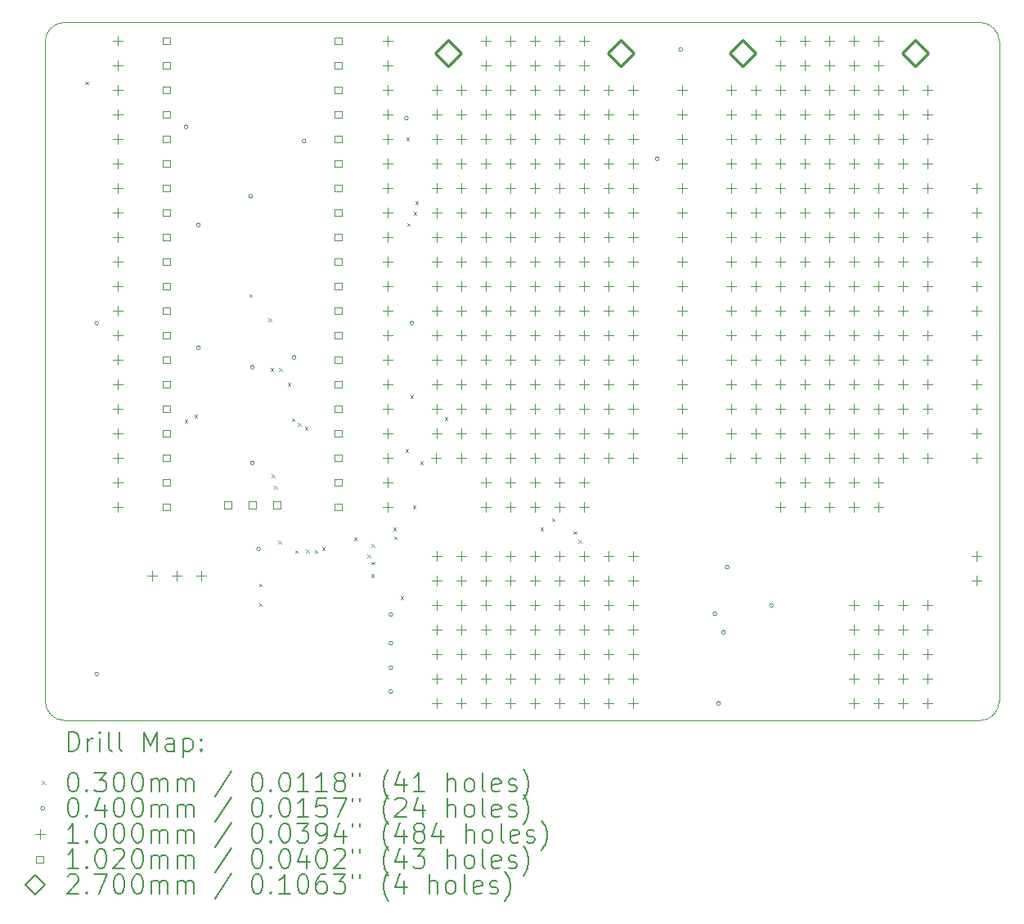
<source format=gbr>
%TF.GenerationSoftware,KiCad,Pcbnew,7.0.1*%
%TF.CreationDate,2023-09-08T10:56:58-05:00*%
%TF.ProjectId,ProtoPropDuo,50726f74-6f50-4726-9f70-44756f2e6b69,B*%
%TF.SameCoordinates,Original*%
%TF.FileFunction,Drillmap*%
%TF.FilePolarity,Positive*%
%FSLAX45Y45*%
G04 Gerber Fmt 4.5, Leading zero omitted, Abs format (unit mm)*
G04 Created by KiCad (PCBNEW 7.0.1) date 2023-09-08 10:56:58*
%MOMM*%
%LPD*%
G01*
G04 APERTURE LIST*
%ADD10C,0.100000*%
%ADD11C,0.200000*%
%ADD12C,0.030000*%
%ADD13C,0.040000*%
%ADD14C,0.102000*%
%ADD15C,0.270000*%
G04 APERTURE END LIST*
D10*
X13421421Y-3871421D02*
X22898579Y-3871421D01*
X13421421Y-3871421D02*
G75*
G03*
X13221421Y-4071421I-1J-199999D01*
G01*
X22898579Y-11098579D02*
G75*
G03*
X23098579Y-10898579I1J199999D01*
G01*
X13421421Y-11098579D02*
X22898579Y-11098579D01*
X23098579Y-10898579D02*
X23098579Y-4071421D01*
X23098579Y-4071421D02*
G75*
G03*
X22898579Y-3871421I-199999J1D01*
G01*
X13221421Y-4071421D02*
X13221421Y-10898579D01*
X13221421Y-10898579D02*
G75*
G03*
X13421421Y-11098579I199999J-1D01*
G01*
D11*
D12*
X13635000Y-4485000D02*
X13665000Y-4515000D01*
X13665000Y-4485000D02*
X13635000Y-4515000D01*
X14666200Y-7986000D02*
X14696200Y-8016000D01*
X14696200Y-7986000D02*
X14666200Y-8016000D01*
X14767800Y-7935200D02*
X14797800Y-7965200D01*
X14797800Y-7935200D02*
X14767800Y-7965200D01*
X15335000Y-6685000D02*
X15365000Y-6715000D01*
X15365000Y-6685000D02*
X15335000Y-6715000D01*
X15435000Y-9681900D02*
X15465000Y-9711900D01*
X15465000Y-9681900D02*
X15435000Y-9711900D01*
X15435000Y-9885000D02*
X15465000Y-9915000D01*
X15465000Y-9885000D02*
X15435000Y-9915000D01*
X15535000Y-6935000D02*
X15565000Y-6965000D01*
X15565000Y-6935000D02*
X15535000Y-6965000D01*
X15555200Y-7452600D02*
X15585200Y-7482600D01*
X15585200Y-7452600D02*
X15555200Y-7482600D01*
X15568133Y-8553033D02*
X15598133Y-8583033D01*
X15598133Y-8553033D02*
X15568133Y-8583033D01*
X15593300Y-8671800D02*
X15623300Y-8701800D01*
X15623300Y-8671800D02*
X15593300Y-8701800D01*
X15635000Y-9235000D02*
X15665000Y-9265000D01*
X15665000Y-9235000D02*
X15635000Y-9265000D01*
X15644100Y-7452600D02*
X15674100Y-7482600D01*
X15674100Y-7452600D02*
X15644100Y-7482600D01*
X15733000Y-7605000D02*
X15763000Y-7635000D01*
X15763000Y-7605000D02*
X15733000Y-7635000D01*
X15774175Y-7969886D02*
X15804175Y-7999886D01*
X15804175Y-7969886D02*
X15774175Y-7999886D01*
X15809200Y-9335361D02*
X15839200Y-9365361D01*
X15839200Y-9335361D02*
X15809200Y-9365361D01*
X15838166Y-8017815D02*
X15868166Y-8047815D01*
X15868166Y-8017815D02*
X15838166Y-8047815D01*
X15910800Y-8062200D02*
X15940800Y-8092200D01*
X15940800Y-8062200D02*
X15910800Y-8092200D01*
X15923500Y-9332200D02*
X15953500Y-9362200D01*
X15953500Y-9332200D02*
X15923500Y-9362200D01*
X16012400Y-9335361D02*
X16042400Y-9365361D01*
X16042400Y-9335361D02*
X16012400Y-9365361D01*
X16088600Y-9306800D02*
X16118600Y-9336800D01*
X16118600Y-9306800D02*
X16088600Y-9336800D01*
X16418800Y-9205200D02*
X16448800Y-9235200D01*
X16448800Y-9205200D02*
X16418800Y-9235200D01*
X16558500Y-9383000D02*
X16588500Y-9413000D01*
X16588500Y-9383000D02*
X16558500Y-9413000D01*
X16596600Y-9586200D02*
X16626600Y-9616200D01*
X16626600Y-9586200D02*
X16596600Y-9616200D01*
X16597558Y-9452761D02*
X16627558Y-9482761D01*
X16627558Y-9452761D02*
X16597558Y-9482761D01*
X16601910Y-9272650D02*
X16631910Y-9302650D01*
X16631910Y-9272650D02*
X16601910Y-9302650D01*
X16825200Y-9103600D02*
X16855200Y-9133600D01*
X16855200Y-9103600D02*
X16825200Y-9133600D01*
X16832919Y-9191270D02*
X16862919Y-9221270D01*
X16862919Y-9191270D02*
X16832919Y-9221270D01*
X16901400Y-9814800D02*
X16931400Y-9844800D01*
X16931400Y-9814800D02*
X16901400Y-9844800D01*
X16952200Y-8290800D02*
X16982200Y-8320800D01*
X16982200Y-8290800D02*
X16952200Y-8320800D01*
X16960950Y-5065000D02*
X16990950Y-5095000D01*
X16990950Y-5065000D02*
X16960950Y-5095000D01*
X16966419Y-5948969D02*
X16996419Y-5978969D01*
X16996419Y-5948969D02*
X16966419Y-5978969D01*
X17003000Y-7732000D02*
X17033000Y-7762000D01*
X17033000Y-7732000D02*
X17003000Y-7762000D01*
X17028400Y-8875000D02*
X17058400Y-8905000D01*
X17058400Y-8875000D02*
X17028400Y-8905000D01*
X17035000Y-5835000D02*
X17065000Y-5865000D01*
X17065000Y-5835000D02*
X17035000Y-5865000D01*
X17053800Y-5725400D02*
X17083800Y-5755400D01*
X17083800Y-5725400D02*
X17053800Y-5755400D01*
X17104600Y-8417800D02*
X17134600Y-8447800D01*
X17134600Y-8417800D02*
X17104600Y-8447800D01*
X17358600Y-7960600D02*
X17388600Y-7990600D01*
X17388600Y-7960600D02*
X17358600Y-7990600D01*
X18349200Y-9103600D02*
X18379200Y-9133600D01*
X18379200Y-9103600D02*
X18349200Y-9133600D01*
X18465881Y-9004381D02*
X18495881Y-9034381D01*
X18495881Y-9004381D02*
X18465881Y-9034381D01*
X18689821Y-9139421D02*
X18719821Y-9169421D01*
X18719821Y-9139421D02*
X18689821Y-9169421D01*
X18741150Y-9228850D02*
X18771150Y-9258850D01*
X18771150Y-9228850D02*
X18741150Y-9258850D01*
D13*
X13774100Y-6985000D02*
G75*
G03*
X13774100Y-6985000I-20000J0D01*
G01*
X13774100Y-10617200D02*
G75*
G03*
X13774100Y-10617200I-20000J0D01*
G01*
X14701200Y-4953000D02*
G75*
G03*
X14701200Y-4953000I-20000J0D01*
G01*
X14828200Y-5969000D02*
G75*
G03*
X14828200Y-5969000I-20000J0D01*
G01*
X14828200Y-7239000D02*
G75*
G03*
X14828200Y-7239000I-20000J0D01*
G01*
X15370000Y-5670450D02*
G75*
G03*
X15370000Y-5670450I-20000J0D01*
G01*
X15387000Y-7442200D02*
G75*
G03*
X15387000Y-7442200I-20000J0D01*
G01*
X15387000Y-8432800D02*
G75*
G03*
X15387000Y-8432800I-20000J0D01*
G01*
X15450500Y-9321800D02*
G75*
G03*
X15450500Y-9321800I-20000J0D01*
G01*
X15818800Y-7340600D02*
G75*
G03*
X15818800Y-7340600I-20000J0D01*
G01*
X15920000Y-5100000D02*
G75*
G03*
X15920000Y-5100000I-20000J0D01*
G01*
X16820000Y-10000000D02*
G75*
G03*
X16820000Y-10000000I-20000J0D01*
G01*
X16820000Y-10300000D02*
G75*
G03*
X16820000Y-10300000I-20000J0D01*
G01*
X16820000Y-10550000D02*
G75*
G03*
X16820000Y-10550000I-20000J0D01*
G01*
X16820000Y-10800000D02*
G75*
G03*
X16820000Y-10800000I-20000J0D01*
G01*
X16980950Y-4862541D02*
G75*
G03*
X16980950Y-4862541I-20000J0D01*
G01*
X17038000Y-6985000D02*
G75*
G03*
X17038000Y-6985000I-20000J0D01*
G01*
X19578000Y-5283200D02*
G75*
G03*
X19578000Y-5283200I-20000J0D01*
G01*
X19820000Y-4150000D02*
G75*
G03*
X19820000Y-4150000I-20000J0D01*
G01*
X20174900Y-9994900D02*
G75*
G03*
X20174900Y-9994900I-20000J0D01*
G01*
X20213000Y-10922000D02*
G75*
G03*
X20213000Y-10922000I-20000J0D01*
G01*
X20263800Y-10185400D02*
G75*
G03*
X20263800Y-10185400I-20000J0D01*
G01*
X20301900Y-9512300D02*
G75*
G03*
X20301900Y-9512300I-20000J0D01*
G01*
X20759100Y-9906000D02*
G75*
G03*
X20759100Y-9906000I-20000J0D01*
G01*
D10*
X13970000Y-4014000D02*
X13970000Y-4114000D01*
X13920000Y-4064000D02*
X14020000Y-4064000D01*
X13970000Y-4268000D02*
X13970000Y-4368000D01*
X13920000Y-4318000D02*
X14020000Y-4318000D01*
X13970000Y-4522000D02*
X13970000Y-4622000D01*
X13920000Y-4572000D02*
X14020000Y-4572000D01*
X13970000Y-4776000D02*
X13970000Y-4876000D01*
X13920000Y-4826000D02*
X14020000Y-4826000D01*
X13970000Y-5030000D02*
X13970000Y-5130000D01*
X13920000Y-5080000D02*
X14020000Y-5080000D01*
X13970000Y-5284000D02*
X13970000Y-5384000D01*
X13920000Y-5334000D02*
X14020000Y-5334000D01*
X13970000Y-5538000D02*
X13970000Y-5638000D01*
X13920000Y-5588000D02*
X14020000Y-5588000D01*
X13970000Y-5792000D02*
X13970000Y-5892000D01*
X13920000Y-5842000D02*
X14020000Y-5842000D01*
X13970000Y-6046000D02*
X13970000Y-6146000D01*
X13920000Y-6096000D02*
X14020000Y-6096000D01*
X13970000Y-6300000D02*
X13970000Y-6400000D01*
X13920000Y-6350000D02*
X14020000Y-6350000D01*
X13970000Y-6554000D02*
X13970000Y-6654000D01*
X13920000Y-6604000D02*
X14020000Y-6604000D01*
X13970000Y-6808000D02*
X13970000Y-6908000D01*
X13920000Y-6858000D02*
X14020000Y-6858000D01*
X13970000Y-7062000D02*
X13970000Y-7162000D01*
X13920000Y-7112000D02*
X14020000Y-7112000D01*
X13970000Y-7316000D02*
X13970000Y-7416000D01*
X13920000Y-7366000D02*
X14020000Y-7366000D01*
X13970000Y-7570000D02*
X13970000Y-7670000D01*
X13920000Y-7620000D02*
X14020000Y-7620000D01*
X13970000Y-7824000D02*
X13970000Y-7924000D01*
X13920000Y-7874000D02*
X14020000Y-7874000D01*
X13970000Y-8078000D02*
X13970000Y-8178000D01*
X13920000Y-8128000D02*
X14020000Y-8128000D01*
X13970000Y-8332000D02*
X13970000Y-8432000D01*
X13920000Y-8382000D02*
X14020000Y-8382000D01*
X13970000Y-8586000D02*
X13970000Y-8686000D01*
X13920000Y-8636000D02*
X14020000Y-8636000D01*
X13970000Y-8840000D02*
X13970000Y-8940000D01*
X13920000Y-8890000D02*
X14020000Y-8890000D01*
X14325600Y-9551200D02*
X14325600Y-9651200D01*
X14275600Y-9601200D02*
X14375600Y-9601200D01*
X14579600Y-9551200D02*
X14579600Y-9651200D01*
X14529600Y-9601200D02*
X14629600Y-9601200D01*
X14833600Y-9551200D02*
X14833600Y-9651200D01*
X14783600Y-9601200D02*
X14883600Y-9601200D01*
X16764000Y-4014000D02*
X16764000Y-4114000D01*
X16714000Y-4064000D02*
X16814000Y-4064000D01*
X16764000Y-4268000D02*
X16764000Y-4368000D01*
X16714000Y-4318000D02*
X16814000Y-4318000D01*
X16764000Y-4522000D02*
X16764000Y-4622000D01*
X16714000Y-4572000D02*
X16814000Y-4572000D01*
X16764000Y-4776000D02*
X16764000Y-4876000D01*
X16714000Y-4826000D02*
X16814000Y-4826000D01*
X16764000Y-5030000D02*
X16764000Y-5130000D01*
X16714000Y-5080000D02*
X16814000Y-5080000D01*
X16764000Y-5284000D02*
X16764000Y-5384000D01*
X16714000Y-5334000D02*
X16814000Y-5334000D01*
X16764000Y-5538000D02*
X16764000Y-5638000D01*
X16714000Y-5588000D02*
X16814000Y-5588000D01*
X16764000Y-5792000D02*
X16764000Y-5892000D01*
X16714000Y-5842000D02*
X16814000Y-5842000D01*
X16764000Y-6046000D02*
X16764000Y-6146000D01*
X16714000Y-6096000D02*
X16814000Y-6096000D01*
X16764000Y-6300000D02*
X16764000Y-6400000D01*
X16714000Y-6350000D02*
X16814000Y-6350000D01*
X16764000Y-6554000D02*
X16764000Y-6654000D01*
X16714000Y-6604000D02*
X16814000Y-6604000D01*
X16764000Y-6808000D02*
X16764000Y-6908000D01*
X16714000Y-6858000D02*
X16814000Y-6858000D01*
X16764000Y-7062000D02*
X16764000Y-7162000D01*
X16714000Y-7112000D02*
X16814000Y-7112000D01*
X16764000Y-7316000D02*
X16764000Y-7416000D01*
X16714000Y-7366000D02*
X16814000Y-7366000D01*
X16764000Y-7570000D02*
X16764000Y-7670000D01*
X16714000Y-7620000D02*
X16814000Y-7620000D01*
X16764000Y-7824000D02*
X16764000Y-7924000D01*
X16714000Y-7874000D02*
X16814000Y-7874000D01*
X16764000Y-8078000D02*
X16764000Y-8178000D01*
X16714000Y-8128000D02*
X16814000Y-8128000D01*
X16764000Y-8332000D02*
X16764000Y-8432000D01*
X16714000Y-8382000D02*
X16814000Y-8382000D01*
X16764000Y-8586000D02*
X16764000Y-8686000D01*
X16714000Y-8636000D02*
X16814000Y-8636000D01*
X16764000Y-8840000D02*
X16764000Y-8940000D01*
X16714000Y-8890000D02*
X16814000Y-8890000D01*
X17269460Y-8332000D02*
X17269460Y-8432000D01*
X17219460Y-8382000D02*
X17319460Y-8382000D01*
X17272000Y-4522000D02*
X17272000Y-4622000D01*
X17222000Y-4572000D02*
X17322000Y-4572000D01*
X17272000Y-4776000D02*
X17272000Y-4876000D01*
X17222000Y-4826000D02*
X17322000Y-4826000D01*
X17272000Y-5030000D02*
X17272000Y-5130000D01*
X17222000Y-5080000D02*
X17322000Y-5080000D01*
X17272000Y-5284000D02*
X17272000Y-5384000D01*
X17222000Y-5334000D02*
X17322000Y-5334000D01*
X17272000Y-5538000D02*
X17272000Y-5638000D01*
X17222000Y-5588000D02*
X17322000Y-5588000D01*
X17272000Y-5792000D02*
X17272000Y-5892000D01*
X17222000Y-5842000D02*
X17322000Y-5842000D01*
X17272000Y-6046000D02*
X17272000Y-6146000D01*
X17222000Y-6096000D02*
X17322000Y-6096000D01*
X17272000Y-6300000D02*
X17272000Y-6400000D01*
X17222000Y-6350000D02*
X17322000Y-6350000D01*
X17272000Y-6554000D02*
X17272000Y-6654000D01*
X17222000Y-6604000D02*
X17322000Y-6604000D01*
X17272000Y-6808000D02*
X17272000Y-6908000D01*
X17222000Y-6858000D02*
X17322000Y-6858000D01*
X17272000Y-7062000D02*
X17272000Y-7162000D01*
X17222000Y-7112000D02*
X17322000Y-7112000D01*
X17272000Y-7316000D02*
X17272000Y-7416000D01*
X17222000Y-7366000D02*
X17322000Y-7366000D01*
X17272000Y-7570000D02*
X17272000Y-7670000D01*
X17222000Y-7620000D02*
X17322000Y-7620000D01*
X17272000Y-7824000D02*
X17272000Y-7924000D01*
X17222000Y-7874000D02*
X17322000Y-7874000D01*
X17272000Y-8078000D02*
X17272000Y-8178000D01*
X17222000Y-8128000D02*
X17322000Y-8128000D01*
X17272000Y-9348000D02*
X17272000Y-9448000D01*
X17222000Y-9398000D02*
X17322000Y-9398000D01*
X17272000Y-9602000D02*
X17272000Y-9702000D01*
X17222000Y-9652000D02*
X17322000Y-9652000D01*
X17272000Y-9856000D02*
X17272000Y-9956000D01*
X17222000Y-9906000D02*
X17322000Y-9906000D01*
X17272000Y-10110000D02*
X17272000Y-10210000D01*
X17222000Y-10160000D02*
X17322000Y-10160000D01*
X17272000Y-10364000D02*
X17272000Y-10464000D01*
X17222000Y-10414000D02*
X17322000Y-10414000D01*
X17272000Y-10618000D02*
X17272000Y-10718000D01*
X17222000Y-10668000D02*
X17322000Y-10668000D01*
X17272000Y-10872000D02*
X17272000Y-10972000D01*
X17222000Y-10922000D02*
X17322000Y-10922000D01*
X17526000Y-4522000D02*
X17526000Y-4622000D01*
X17476000Y-4572000D02*
X17576000Y-4572000D01*
X17526000Y-4776000D02*
X17526000Y-4876000D01*
X17476000Y-4826000D02*
X17576000Y-4826000D01*
X17526000Y-5030000D02*
X17526000Y-5130000D01*
X17476000Y-5080000D02*
X17576000Y-5080000D01*
X17526000Y-5284000D02*
X17526000Y-5384000D01*
X17476000Y-5334000D02*
X17576000Y-5334000D01*
X17526000Y-5538000D02*
X17526000Y-5638000D01*
X17476000Y-5588000D02*
X17576000Y-5588000D01*
X17526000Y-5792000D02*
X17526000Y-5892000D01*
X17476000Y-5842000D02*
X17576000Y-5842000D01*
X17526000Y-6046000D02*
X17526000Y-6146000D01*
X17476000Y-6096000D02*
X17576000Y-6096000D01*
X17526000Y-6300000D02*
X17526000Y-6400000D01*
X17476000Y-6350000D02*
X17576000Y-6350000D01*
X17526000Y-6554000D02*
X17526000Y-6654000D01*
X17476000Y-6604000D02*
X17576000Y-6604000D01*
X17526000Y-6808000D02*
X17526000Y-6908000D01*
X17476000Y-6858000D02*
X17576000Y-6858000D01*
X17526000Y-7062000D02*
X17526000Y-7162000D01*
X17476000Y-7112000D02*
X17576000Y-7112000D01*
X17526000Y-7316000D02*
X17526000Y-7416000D01*
X17476000Y-7366000D02*
X17576000Y-7366000D01*
X17526000Y-7570000D02*
X17526000Y-7670000D01*
X17476000Y-7620000D02*
X17576000Y-7620000D01*
X17526000Y-7824000D02*
X17526000Y-7924000D01*
X17476000Y-7874000D02*
X17576000Y-7874000D01*
X17526000Y-8078000D02*
X17526000Y-8178000D01*
X17476000Y-8128000D02*
X17576000Y-8128000D01*
X17526000Y-8332000D02*
X17526000Y-8432000D01*
X17476000Y-8382000D02*
X17576000Y-8382000D01*
X17526000Y-9602000D02*
X17526000Y-9702000D01*
X17476000Y-9652000D02*
X17576000Y-9652000D01*
X17526000Y-9856000D02*
X17526000Y-9956000D01*
X17476000Y-9906000D02*
X17576000Y-9906000D01*
X17526000Y-10110000D02*
X17526000Y-10210000D01*
X17476000Y-10160000D02*
X17576000Y-10160000D01*
X17526000Y-10364000D02*
X17526000Y-10464000D01*
X17476000Y-10414000D02*
X17576000Y-10414000D01*
X17526000Y-10618000D02*
X17526000Y-10718000D01*
X17476000Y-10668000D02*
X17576000Y-10668000D01*
X17526000Y-10872000D02*
X17526000Y-10972000D01*
X17476000Y-10922000D02*
X17576000Y-10922000D01*
X17530000Y-9348000D02*
X17530000Y-9448000D01*
X17480000Y-9398000D02*
X17580000Y-9398000D01*
X17780000Y-4014000D02*
X17780000Y-4114000D01*
X17730000Y-4064000D02*
X17830000Y-4064000D01*
X17780000Y-4268000D02*
X17780000Y-4368000D01*
X17730000Y-4318000D02*
X17830000Y-4318000D01*
X17780000Y-4522000D02*
X17780000Y-4622000D01*
X17730000Y-4572000D02*
X17830000Y-4572000D01*
X17780000Y-4776000D02*
X17780000Y-4876000D01*
X17730000Y-4826000D02*
X17830000Y-4826000D01*
X17780000Y-5030000D02*
X17780000Y-5130000D01*
X17730000Y-5080000D02*
X17830000Y-5080000D01*
X17780000Y-5284000D02*
X17780000Y-5384000D01*
X17730000Y-5334000D02*
X17830000Y-5334000D01*
X17780000Y-5538000D02*
X17780000Y-5638000D01*
X17730000Y-5588000D02*
X17830000Y-5588000D01*
X17780000Y-5792000D02*
X17780000Y-5892000D01*
X17730000Y-5842000D02*
X17830000Y-5842000D01*
X17780000Y-6046000D02*
X17780000Y-6146000D01*
X17730000Y-6096000D02*
X17830000Y-6096000D01*
X17780000Y-6300000D02*
X17780000Y-6400000D01*
X17730000Y-6350000D02*
X17830000Y-6350000D01*
X17780000Y-6554000D02*
X17780000Y-6654000D01*
X17730000Y-6604000D02*
X17830000Y-6604000D01*
X17780000Y-6808000D02*
X17780000Y-6908000D01*
X17730000Y-6858000D02*
X17830000Y-6858000D01*
X17780000Y-7062000D02*
X17780000Y-7162000D01*
X17730000Y-7112000D02*
X17830000Y-7112000D01*
X17780000Y-7316000D02*
X17780000Y-7416000D01*
X17730000Y-7366000D02*
X17830000Y-7366000D01*
X17780000Y-7570000D02*
X17780000Y-7670000D01*
X17730000Y-7620000D02*
X17830000Y-7620000D01*
X17780000Y-7824000D02*
X17780000Y-7924000D01*
X17730000Y-7874000D02*
X17830000Y-7874000D01*
X17780000Y-8078000D02*
X17780000Y-8178000D01*
X17730000Y-8128000D02*
X17830000Y-8128000D01*
X17780000Y-8332000D02*
X17780000Y-8432000D01*
X17730000Y-8382000D02*
X17830000Y-8382000D01*
X17780000Y-8586000D02*
X17780000Y-8686000D01*
X17730000Y-8636000D02*
X17830000Y-8636000D01*
X17780000Y-8840000D02*
X17780000Y-8940000D01*
X17730000Y-8890000D02*
X17830000Y-8890000D01*
X17780000Y-9348000D02*
X17780000Y-9448000D01*
X17730000Y-9398000D02*
X17830000Y-9398000D01*
X17780000Y-9602000D02*
X17780000Y-9702000D01*
X17730000Y-9652000D02*
X17830000Y-9652000D01*
X17780000Y-9856000D02*
X17780000Y-9956000D01*
X17730000Y-9906000D02*
X17830000Y-9906000D01*
X17780000Y-10110000D02*
X17780000Y-10210000D01*
X17730000Y-10160000D02*
X17830000Y-10160000D01*
X17780000Y-10364000D02*
X17780000Y-10464000D01*
X17730000Y-10414000D02*
X17830000Y-10414000D01*
X17780000Y-10618000D02*
X17780000Y-10718000D01*
X17730000Y-10668000D02*
X17830000Y-10668000D01*
X17780000Y-10872000D02*
X17780000Y-10972000D01*
X17730000Y-10922000D02*
X17830000Y-10922000D01*
X18034000Y-4014000D02*
X18034000Y-4114000D01*
X17984000Y-4064000D02*
X18084000Y-4064000D01*
X18034000Y-4268000D02*
X18034000Y-4368000D01*
X17984000Y-4318000D02*
X18084000Y-4318000D01*
X18034000Y-4522000D02*
X18034000Y-4622000D01*
X17984000Y-4572000D02*
X18084000Y-4572000D01*
X18034000Y-4776000D02*
X18034000Y-4876000D01*
X17984000Y-4826000D02*
X18084000Y-4826000D01*
X18034000Y-5030000D02*
X18034000Y-5130000D01*
X17984000Y-5080000D02*
X18084000Y-5080000D01*
X18034000Y-5284000D02*
X18034000Y-5384000D01*
X17984000Y-5334000D02*
X18084000Y-5334000D01*
X18034000Y-5538000D02*
X18034000Y-5638000D01*
X17984000Y-5588000D02*
X18084000Y-5588000D01*
X18034000Y-5792000D02*
X18034000Y-5892000D01*
X17984000Y-5842000D02*
X18084000Y-5842000D01*
X18034000Y-6046000D02*
X18034000Y-6146000D01*
X17984000Y-6096000D02*
X18084000Y-6096000D01*
X18034000Y-6300000D02*
X18034000Y-6400000D01*
X17984000Y-6350000D02*
X18084000Y-6350000D01*
X18034000Y-6554000D02*
X18034000Y-6654000D01*
X17984000Y-6604000D02*
X18084000Y-6604000D01*
X18034000Y-6808000D02*
X18034000Y-6908000D01*
X17984000Y-6858000D02*
X18084000Y-6858000D01*
X18034000Y-7062000D02*
X18034000Y-7162000D01*
X17984000Y-7112000D02*
X18084000Y-7112000D01*
X18034000Y-7316000D02*
X18034000Y-7416000D01*
X17984000Y-7366000D02*
X18084000Y-7366000D01*
X18034000Y-7570000D02*
X18034000Y-7670000D01*
X17984000Y-7620000D02*
X18084000Y-7620000D01*
X18034000Y-7824000D02*
X18034000Y-7924000D01*
X17984000Y-7874000D02*
X18084000Y-7874000D01*
X18034000Y-8078000D02*
X18034000Y-8178000D01*
X17984000Y-8128000D02*
X18084000Y-8128000D01*
X18034000Y-8332000D02*
X18034000Y-8432000D01*
X17984000Y-8382000D02*
X18084000Y-8382000D01*
X18034000Y-8586000D02*
X18034000Y-8686000D01*
X17984000Y-8636000D02*
X18084000Y-8636000D01*
X18034000Y-8840000D02*
X18034000Y-8940000D01*
X17984000Y-8890000D02*
X18084000Y-8890000D01*
X18034000Y-9348000D02*
X18034000Y-9448000D01*
X17984000Y-9398000D02*
X18084000Y-9398000D01*
X18034000Y-9602000D02*
X18034000Y-9702000D01*
X17984000Y-9652000D02*
X18084000Y-9652000D01*
X18034000Y-9856000D02*
X18034000Y-9956000D01*
X17984000Y-9906000D02*
X18084000Y-9906000D01*
X18034000Y-10110000D02*
X18034000Y-10210000D01*
X17984000Y-10160000D02*
X18084000Y-10160000D01*
X18034000Y-10364000D02*
X18034000Y-10464000D01*
X17984000Y-10414000D02*
X18084000Y-10414000D01*
X18034000Y-10618000D02*
X18034000Y-10718000D01*
X17984000Y-10668000D02*
X18084000Y-10668000D01*
X18034000Y-10872000D02*
X18034000Y-10972000D01*
X17984000Y-10922000D02*
X18084000Y-10922000D01*
X18288000Y-4014000D02*
X18288000Y-4114000D01*
X18238000Y-4064000D02*
X18338000Y-4064000D01*
X18288000Y-4268000D02*
X18288000Y-4368000D01*
X18238000Y-4318000D02*
X18338000Y-4318000D01*
X18288000Y-4522000D02*
X18288000Y-4622000D01*
X18238000Y-4572000D02*
X18338000Y-4572000D01*
X18288000Y-4776000D02*
X18288000Y-4876000D01*
X18238000Y-4826000D02*
X18338000Y-4826000D01*
X18288000Y-5030000D02*
X18288000Y-5130000D01*
X18238000Y-5080000D02*
X18338000Y-5080000D01*
X18288000Y-5284000D02*
X18288000Y-5384000D01*
X18238000Y-5334000D02*
X18338000Y-5334000D01*
X18288000Y-5538000D02*
X18288000Y-5638000D01*
X18238000Y-5588000D02*
X18338000Y-5588000D01*
X18288000Y-5792000D02*
X18288000Y-5892000D01*
X18238000Y-5842000D02*
X18338000Y-5842000D01*
X18288000Y-6046000D02*
X18288000Y-6146000D01*
X18238000Y-6096000D02*
X18338000Y-6096000D01*
X18288000Y-6300000D02*
X18288000Y-6400000D01*
X18238000Y-6350000D02*
X18338000Y-6350000D01*
X18288000Y-6554000D02*
X18288000Y-6654000D01*
X18238000Y-6604000D02*
X18338000Y-6604000D01*
X18288000Y-6808000D02*
X18288000Y-6908000D01*
X18238000Y-6858000D02*
X18338000Y-6858000D01*
X18288000Y-7062000D02*
X18288000Y-7162000D01*
X18238000Y-7112000D02*
X18338000Y-7112000D01*
X18288000Y-7316000D02*
X18288000Y-7416000D01*
X18238000Y-7366000D02*
X18338000Y-7366000D01*
X18288000Y-7570000D02*
X18288000Y-7670000D01*
X18238000Y-7620000D02*
X18338000Y-7620000D01*
X18288000Y-7824000D02*
X18288000Y-7924000D01*
X18238000Y-7874000D02*
X18338000Y-7874000D01*
X18288000Y-8078000D02*
X18288000Y-8178000D01*
X18238000Y-8128000D02*
X18338000Y-8128000D01*
X18288000Y-8332000D02*
X18288000Y-8432000D01*
X18238000Y-8382000D02*
X18338000Y-8382000D01*
X18288000Y-8586000D02*
X18288000Y-8686000D01*
X18238000Y-8636000D02*
X18338000Y-8636000D01*
X18288000Y-8840000D02*
X18288000Y-8940000D01*
X18238000Y-8890000D02*
X18338000Y-8890000D01*
X18288000Y-9348000D02*
X18288000Y-9448000D01*
X18238000Y-9398000D02*
X18338000Y-9398000D01*
X18288000Y-9602000D02*
X18288000Y-9702000D01*
X18238000Y-9652000D02*
X18338000Y-9652000D01*
X18288000Y-9856000D02*
X18288000Y-9956000D01*
X18238000Y-9906000D02*
X18338000Y-9906000D01*
X18288000Y-10110000D02*
X18288000Y-10210000D01*
X18238000Y-10160000D02*
X18338000Y-10160000D01*
X18288000Y-10364000D02*
X18288000Y-10464000D01*
X18238000Y-10414000D02*
X18338000Y-10414000D01*
X18288000Y-10618000D02*
X18288000Y-10718000D01*
X18238000Y-10668000D02*
X18338000Y-10668000D01*
X18288000Y-10872000D02*
X18288000Y-10972000D01*
X18238000Y-10922000D02*
X18338000Y-10922000D01*
X18542000Y-4014000D02*
X18542000Y-4114000D01*
X18492000Y-4064000D02*
X18592000Y-4064000D01*
X18542000Y-4268000D02*
X18542000Y-4368000D01*
X18492000Y-4318000D02*
X18592000Y-4318000D01*
X18542000Y-4522000D02*
X18542000Y-4622000D01*
X18492000Y-4572000D02*
X18592000Y-4572000D01*
X18542000Y-4776000D02*
X18542000Y-4876000D01*
X18492000Y-4826000D02*
X18592000Y-4826000D01*
X18542000Y-5030000D02*
X18542000Y-5130000D01*
X18492000Y-5080000D02*
X18592000Y-5080000D01*
X18542000Y-5284000D02*
X18542000Y-5384000D01*
X18492000Y-5334000D02*
X18592000Y-5334000D01*
X18542000Y-5538000D02*
X18542000Y-5638000D01*
X18492000Y-5588000D02*
X18592000Y-5588000D01*
X18542000Y-5792000D02*
X18542000Y-5892000D01*
X18492000Y-5842000D02*
X18592000Y-5842000D01*
X18542000Y-6046000D02*
X18542000Y-6146000D01*
X18492000Y-6096000D02*
X18592000Y-6096000D01*
X18542000Y-6300000D02*
X18542000Y-6400000D01*
X18492000Y-6350000D02*
X18592000Y-6350000D01*
X18542000Y-6554000D02*
X18542000Y-6654000D01*
X18492000Y-6604000D02*
X18592000Y-6604000D01*
X18542000Y-6808000D02*
X18542000Y-6908000D01*
X18492000Y-6858000D02*
X18592000Y-6858000D01*
X18542000Y-7062000D02*
X18542000Y-7162000D01*
X18492000Y-7112000D02*
X18592000Y-7112000D01*
X18542000Y-7316000D02*
X18542000Y-7416000D01*
X18492000Y-7366000D02*
X18592000Y-7366000D01*
X18542000Y-7570000D02*
X18542000Y-7670000D01*
X18492000Y-7620000D02*
X18592000Y-7620000D01*
X18542000Y-7824000D02*
X18542000Y-7924000D01*
X18492000Y-7874000D02*
X18592000Y-7874000D01*
X18542000Y-8078000D02*
X18542000Y-8178000D01*
X18492000Y-8128000D02*
X18592000Y-8128000D01*
X18542000Y-8332000D02*
X18542000Y-8432000D01*
X18492000Y-8382000D02*
X18592000Y-8382000D01*
X18542000Y-8586000D02*
X18542000Y-8686000D01*
X18492000Y-8636000D02*
X18592000Y-8636000D01*
X18542000Y-8840000D02*
X18542000Y-8940000D01*
X18492000Y-8890000D02*
X18592000Y-8890000D01*
X18542000Y-9348000D02*
X18542000Y-9448000D01*
X18492000Y-9398000D02*
X18592000Y-9398000D01*
X18542000Y-9602000D02*
X18542000Y-9702000D01*
X18492000Y-9652000D02*
X18592000Y-9652000D01*
X18542000Y-9856000D02*
X18542000Y-9956000D01*
X18492000Y-9906000D02*
X18592000Y-9906000D01*
X18542000Y-10110000D02*
X18542000Y-10210000D01*
X18492000Y-10160000D02*
X18592000Y-10160000D01*
X18542000Y-10364000D02*
X18542000Y-10464000D01*
X18492000Y-10414000D02*
X18592000Y-10414000D01*
X18542000Y-10618000D02*
X18542000Y-10718000D01*
X18492000Y-10668000D02*
X18592000Y-10668000D01*
X18542000Y-10872000D02*
X18542000Y-10972000D01*
X18492000Y-10922000D02*
X18592000Y-10922000D01*
X18796000Y-4014000D02*
X18796000Y-4114000D01*
X18746000Y-4064000D02*
X18846000Y-4064000D01*
X18796000Y-4268000D02*
X18796000Y-4368000D01*
X18746000Y-4318000D02*
X18846000Y-4318000D01*
X18796000Y-4522000D02*
X18796000Y-4622000D01*
X18746000Y-4572000D02*
X18846000Y-4572000D01*
X18796000Y-4776000D02*
X18796000Y-4876000D01*
X18746000Y-4826000D02*
X18846000Y-4826000D01*
X18796000Y-5030000D02*
X18796000Y-5130000D01*
X18746000Y-5080000D02*
X18846000Y-5080000D01*
X18796000Y-5284000D02*
X18796000Y-5384000D01*
X18746000Y-5334000D02*
X18846000Y-5334000D01*
X18796000Y-5538000D02*
X18796000Y-5638000D01*
X18746000Y-5588000D02*
X18846000Y-5588000D01*
X18796000Y-5792000D02*
X18796000Y-5892000D01*
X18746000Y-5842000D02*
X18846000Y-5842000D01*
X18796000Y-6046000D02*
X18796000Y-6146000D01*
X18746000Y-6096000D02*
X18846000Y-6096000D01*
X18796000Y-6300000D02*
X18796000Y-6400000D01*
X18746000Y-6350000D02*
X18846000Y-6350000D01*
X18796000Y-6554000D02*
X18796000Y-6654000D01*
X18746000Y-6604000D02*
X18846000Y-6604000D01*
X18796000Y-6808000D02*
X18796000Y-6908000D01*
X18746000Y-6858000D02*
X18846000Y-6858000D01*
X18796000Y-7062000D02*
X18796000Y-7162000D01*
X18746000Y-7112000D02*
X18846000Y-7112000D01*
X18796000Y-7316000D02*
X18796000Y-7416000D01*
X18746000Y-7366000D02*
X18846000Y-7366000D01*
X18796000Y-7570000D02*
X18796000Y-7670000D01*
X18746000Y-7620000D02*
X18846000Y-7620000D01*
X18796000Y-7824000D02*
X18796000Y-7924000D01*
X18746000Y-7874000D02*
X18846000Y-7874000D01*
X18796000Y-8078000D02*
X18796000Y-8178000D01*
X18746000Y-8128000D02*
X18846000Y-8128000D01*
X18796000Y-8332000D02*
X18796000Y-8432000D01*
X18746000Y-8382000D02*
X18846000Y-8382000D01*
X18796000Y-8586000D02*
X18796000Y-8686000D01*
X18746000Y-8636000D02*
X18846000Y-8636000D01*
X18796000Y-8840000D02*
X18796000Y-8940000D01*
X18746000Y-8890000D02*
X18846000Y-8890000D01*
X18796000Y-9348000D02*
X18796000Y-9448000D01*
X18746000Y-9398000D02*
X18846000Y-9398000D01*
X18796000Y-9602000D02*
X18796000Y-9702000D01*
X18746000Y-9652000D02*
X18846000Y-9652000D01*
X18796000Y-9856000D02*
X18796000Y-9956000D01*
X18746000Y-9906000D02*
X18846000Y-9906000D01*
X18796000Y-10110000D02*
X18796000Y-10210000D01*
X18746000Y-10160000D02*
X18846000Y-10160000D01*
X18796000Y-10364000D02*
X18796000Y-10464000D01*
X18746000Y-10414000D02*
X18846000Y-10414000D01*
X18796000Y-10618000D02*
X18796000Y-10718000D01*
X18746000Y-10668000D02*
X18846000Y-10668000D01*
X18796000Y-10872000D02*
X18796000Y-10972000D01*
X18746000Y-10922000D02*
X18846000Y-10922000D01*
X19050000Y-4522000D02*
X19050000Y-4622000D01*
X19000000Y-4572000D02*
X19100000Y-4572000D01*
X19050000Y-4776000D02*
X19050000Y-4876000D01*
X19000000Y-4826000D02*
X19100000Y-4826000D01*
X19050000Y-5030000D02*
X19050000Y-5130000D01*
X19000000Y-5080000D02*
X19100000Y-5080000D01*
X19050000Y-5284000D02*
X19050000Y-5384000D01*
X19000000Y-5334000D02*
X19100000Y-5334000D01*
X19050000Y-5538000D02*
X19050000Y-5638000D01*
X19000000Y-5588000D02*
X19100000Y-5588000D01*
X19050000Y-5792000D02*
X19050000Y-5892000D01*
X19000000Y-5842000D02*
X19100000Y-5842000D01*
X19050000Y-6046000D02*
X19050000Y-6146000D01*
X19000000Y-6096000D02*
X19100000Y-6096000D01*
X19050000Y-6300000D02*
X19050000Y-6400000D01*
X19000000Y-6350000D02*
X19100000Y-6350000D01*
X19050000Y-6554000D02*
X19050000Y-6654000D01*
X19000000Y-6604000D02*
X19100000Y-6604000D01*
X19050000Y-6808000D02*
X19050000Y-6908000D01*
X19000000Y-6858000D02*
X19100000Y-6858000D01*
X19050000Y-7062000D02*
X19050000Y-7162000D01*
X19000000Y-7112000D02*
X19100000Y-7112000D01*
X19050000Y-7316000D02*
X19050000Y-7416000D01*
X19000000Y-7366000D02*
X19100000Y-7366000D01*
X19050000Y-7570000D02*
X19050000Y-7670000D01*
X19000000Y-7620000D02*
X19100000Y-7620000D01*
X19050000Y-7824000D02*
X19050000Y-7924000D01*
X19000000Y-7874000D02*
X19100000Y-7874000D01*
X19050000Y-8078000D02*
X19050000Y-8178000D01*
X19000000Y-8128000D02*
X19100000Y-8128000D01*
X19050000Y-8332000D02*
X19050000Y-8432000D01*
X19000000Y-8382000D02*
X19100000Y-8382000D01*
X19050000Y-9348000D02*
X19050000Y-9448000D01*
X19000000Y-9398000D02*
X19100000Y-9398000D01*
X19050000Y-9602000D02*
X19050000Y-9702000D01*
X19000000Y-9652000D02*
X19100000Y-9652000D01*
X19050000Y-9856000D02*
X19050000Y-9956000D01*
X19000000Y-9906000D02*
X19100000Y-9906000D01*
X19050000Y-10110000D02*
X19050000Y-10210000D01*
X19000000Y-10160000D02*
X19100000Y-10160000D01*
X19050000Y-10364000D02*
X19050000Y-10464000D01*
X19000000Y-10414000D02*
X19100000Y-10414000D01*
X19050000Y-10618000D02*
X19050000Y-10718000D01*
X19000000Y-10668000D02*
X19100000Y-10668000D01*
X19050000Y-10872000D02*
X19050000Y-10972000D01*
X19000000Y-10922000D02*
X19100000Y-10922000D01*
X19304000Y-4522000D02*
X19304000Y-4622000D01*
X19254000Y-4572000D02*
X19354000Y-4572000D01*
X19304000Y-4776000D02*
X19304000Y-4876000D01*
X19254000Y-4826000D02*
X19354000Y-4826000D01*
X19304000Y-5030000D02*
X19304000Y-5130000D01*
X19254000Y-5080000D02*
X19354000Y-5080000D01*
X19304000Y-5284000D02*
X19304000Y-5384000D01*
X19254000Y-5334000D02*
X19354000Y-5334000D01*
X19304000Y-5538000D02*
X19304000Y-5638000D01*
X19254000Y-5588000D02*
X19354000Y-5588000D01*
X19304000Y-5792000D02*
X19304000Y-5892000D01*
X19254000Y-5842000D02*
X19354000Y-5842000D01*
X19304000Y-6046000D02*
X19304000Y-6146000D01*
X19254000Y-6096000D02*
X19354000Y-6096000D01*
X19304000Y-6300000D02*
X19304000Y-6400000D01*
X19254000Y-6350000D02*
X19354000Y-6350000D01*
X19304000Y-6554000D02*
X19304000Y-6654000D01*
X19254000Y-6604000D02*
X19354000Y-6604000D01*
X19304000Y-6808000D02*
X19304000Y-6908000D01*
X19254000Y-6858000D02*
X19354000Y-6858000D01*
X19304000Y-7062000D02*
X19304000Y-7162000D01*
X19254000Y-7112000D02*
X19354000Y-7112000D01*
X19304000Y-7316000D02*
X19304000Y-7416000D01*
X19254000Y-7366000D02*
X19354000Y-7366000D01*
X19304000Y-7570000D02*
X19304000Y-7670000D01*
X19254000Y-7620000D02*
X19354000Y-7620000D01*
X19304000Y-7824000D02*
X19304000Y-7924000D01*
X19254000Y-7874000D02*
X19354000Y-7874000D01*
X19304000Y-8078000D02*
X19304000Y-8178000D01*
X19254000Y-8128000D02*
X19354000Y-8128000D01*
X19304000Y-8332000D02*
X19304000Y-8432000D01*
X19254000Y-8382000D02*
X19354000Y-8382000D01*
X19304000Y-9348000D02*
X19304000Y-9448000D01*
X19254000Y-9398000D02*
X19354000Y-9398000D01*
X19304000Y-9602000D02*
X19304000Y-9702000D01*
X19254000Y-9652000D02*
X19354000Y-9652000D01*
X19304000Y-9856000D02*
X19304000Y-9956000D01*
X19254000Y-9906000D02*
X19354000Y-9906000D01*
X19304000Y-10110000D02*
X19304000Y-10210000D01*
X19254000Y-10160000D02*
X19354000Y-10160000D01*
X19304000Y-10364000D02*
X19304000Y-10464000D01*
X19254000Y-10414000D02*
X19354000Y-10414000D01*
X19304000Y-10618000D02*
X19304000Y-10718000D01*
X19254000Y-10668000D02*
X19354000Y-10668000D01*
X19304000Y-10872000D02*
X19304000Y-10972000D01*
X19254000Y-10922000D02*
X19354000Y-10922000D01*
X19812000Y-4522000D02*
X19812000Y-4622000D01*
X19762000Y-4572000D02*
X19862000Y-4572000D01*
X19812000Y-4776000D02*
X19812000Y-4876000D01*
X19762000Y-4826000D02*
X19862000Y-4826000D01*
X19812000Y-5030000D02*
X19812000Y-5130000D01*
X19762000Y-5080000D02*
X19862000Y-5080000D01*
X19812000Y-5284000D02*
X19812000Y-5384000D01*
X19762000Y-5334000D02*
X19862000Y-5334000D01*
X19812000Y-5538000D02*
X19812000Y-5638000D01*
X19762000Y-5588000D02*
X19862000Y-5588000D01*
X19812000Y-5792000D02*
X19812000Y-5892000D01*
X19762000Y-5842000D02*
X19862000Y-5842000D01*
X19812000Y-6046000D02*
X19812000Y-6146000D01*
X19762000Y-6096000D02*
X19862000Y-6096000D01*
X19812000Y-6300000D02*
X19812000Y-6400000D01*
X19762000Y-6350000D02*
X19862000Y-6350000D01*
X19812000Y-6554000D02*
X19812000Y-6654000D01*
X19762000Y-6604000D02*
X19862000Y-6604000D01*
X19812000Y-6808000D02*
X19812000Y-6908000D01*
X19762000Y-6858000D02*
X19862000Y-6858000D01*
X19812000Y-7062000D02*
X19812000Y-7162000D01*
X19762000Y-7112000D02*
X19862000Y-7112000D01*
X19812000Y-7316000D02*
X19812000Y-7416000D01*
X19762000Y-7366000D02*
X19862000Y-7366000D01*
X19812000Y-7570000D02*
X19812000Y-7670000D01*
X19762000Y-7620000D02*
X19862000Y-7620000D01*
X19812000Y-7824000D02*
X19812000Y-7924000D01*
X19762000Y-7874000D02*
X19862000Y-7874000D01*
X19812000Y-8078000D02*
X19812000Y-8178000D01*
X19762000Y-8128000D02*
X19862000Y-8128000D01*
X19812000Y-8332000D02*
X19812000Y-8432000D01*
X19762000Y-8382000D02*
X19862000Y-8382000D01*
X20317460Y-8332000D02*
X20317460Y-8432000D01*
X20267460Y-8382000D02*
X20367460Y-8382000D01*
X20320000Y-4522000D02*
X20320000Y-4622000D01*
X20270000Y-4572000D02*
X20370000Y-4572000D01*
X20320000Y-4776000D02*
X20320000Y-4876000D01*
X20270000Y-4826000D02*
X20370000Y-4826000D01*
X20320000Y-5030000D02*
X20320000Y-5130000D01*
X20270000Y-5080000D02*
X20370000Y-5080000D01*
X20320000Y-5284000D02*
X20320000Y-5384000D01*
X20270000Y-5334000D02*
X20370000Y-5334000D01*
X20320000Y-5538000D02*
X20320000Y-5638000D01*
X20270000Y-5588000D02*
X20370000Y-5588000D01*
X20320000Y-5792000D02*
X20320000Y-5892000D01*
X20270000Y-5842000D02*
X20370000Y-5842000D01*
X20320000Y-6046000D02*
X20320000Y-6146000D01*
X20270000Y-6096000D02*
X20370000Y-6096000D01*
X20320000Y-6300000D02*
X20320000Y-6400000D01*
X20270000Y-6350000D02*
X20370000Y-6350000D01*
X20320000Y-6554000D02*
X20320000Y-6654000D01*
X20270000Y-6604000D02*
X20370000Y-6604000D01*
X20320000Y-6808000D02*
X20320000Y-6908000D01*
X20270000Y-6858000D02*
X20370000Y-6858000D01*
X20320000Y-7062000D02*
X20320000Y-7162000D01*
X20270000Y-7112000D02*
X20370000Y-7112000D01*
X20320000Y-7316000D02*
X20320000Y-7416000D01*
X20270000Y-7366000D02*
X20370000Y-7366000D01*
X20320000Y-7570000D02*
X20320000Y-7670000D01*
X20270000Y-7620000D02*
X20370000Y-7620000D01*
X20320000Y-7824000D02*
X20320000Y-7924000D01*
X20270000Y-7874000D02*
X20370000Y-7874000D01*
X20320000Y-8078000D02*
X20320000Y-8178000D01*
X20270000Y-8128000D02*
X20370000Y-8128000D01*
X20574000Y-4522000D02*
X20574000Y-4622000D01*
X20524000Y-4572000D02*
X20624000Y-4572000D01*
X20574000Y-4776000D02*
X20574000Y-4876000D01*
X20524000Y-4826000D02*
X20624000Y-4826000D01*
X20574000Y-5030000D02*
X20574000Y-5130000D01*
X20524000Y-5080000D02*
X20624000Y-5080000D01*
X20574000Y-5284000D02*
X20574000Y-5384000D01*
X20524000Y-5334000D02*
X20624000Y-5334000D01*
X20574000Y-5538000D02*
X20574000Y-5638000D01*
X20524000Y-5588000D02*
X20624000Y-5588000D01*
X20574000Y-5792000D02*
X20574000Y-5892000D01*
X20524000Y-5842000D02*
X20624000Y-5842000D01*
X20574000Y-6046000D02*
X20574000Y-6146000D01*
X20524000Y-6096000D02*
X20624000Y-6096000D01*
X20574000Y-6300000D02*
X20574000Y-6400000D01*
X20524000Y-6350000D02*
X20624000Y-6350000D01*
X20574000Y-6554000D02*
X20574000Y-6654000D01*
X20524000Y-6604000D02*
X20624000Y-6604000D01*
X20574000Y-6808000D02*
X20574000Y-6908000D01*
X20524000Y-6858000D02*
X20624000Y-6858000D01*
X20574000Y-7062000D02*
X20574000Y-7162000D01*
X20524000Y-7112000D02*
X20624000Y-7112000D01*
X20574000Y-7316000D02*
X20574000Y-7416000D01*
X20524000Y-7366000D02*
X20624000Y-7366000D01*
X20574000Y-7570000D02*
X20574000Y-7670000D01*
X20524000Y-7620000D02*
X20624000Y-7620000D01*
X20574000Y-7824000D02*
X20574000Y-7924000D01*
X20524000Y-7874000D02*
X20624000Y-7874000D01*
X20574000Y-8078000D02*
X20574000Y-8178000D01*
X20524000Y-8128000D02*
X20624000Y-8128000D01*
X20574000Y-8332000D02*
X20574000Y-8432000D01*
X20524000Y-8382000D02*
X20624000Y-8382000D01*
X20828000Y-4014000D02*
X20828000Y-4114000D01*
X20778000Y-4064000D02*
X20878000Y-4064000D01*
X20828000Y-4268000D02*
X20828000Y-4368000D01*
X20778000Y-4318000D02*
X20878000Y-4318000D01*
X20828000Y-4522000D02*
X20828000Y-4622000D01*
X20778000Y-4572000D02*
X20878000Y-4572000D01*
X20828000Y-4776000D02*
X20828000Y-4876000D01*
X20778000Y-4826000D02*
X20878000Y-4826000D01*
X20828000Y-5030000D02*
X20828000Y-5130000D01*
X20778000Y-5080000D02*
X20878000Y-5080000D01*
X20828000Y-5284000D02*
X20828000Y-5384000D01*
X20778000Y-5334000D02*
X20878000Y-5334000D01*
X20828000Y-5538000D02*
X20828000Y-5638000D01*
X20778000Y-5588000D02*
X20878000Y-5588000D01*
X20828000Y-5792000D02*
X20828000Y-5892000D01*
X20778000Y-5842000D02*
X20878000Y-5842000D01*
X20828000Y-6046000D02*
X20828000Y-6146000D01*
X20778000Y-6096000D02*
X20878000Y-6096000D01*
X20828000Y-6300000D02*
X20828000Y-6400000D01*
X20778000Y-6350000D02*
X20878000Y-6350000D01*
X20828000Y-6554000D02*
X20828000Y-6654000D01*
X20778000Y-6604000D02*
X20878000Y-6604000D01*
X20828000Y-6808000D02*
X20828000Y-6908000D01*
X20778000Y-6858000D02*
X20878000Y-6858000D01*
X20828000Y-7062000D02*
X20828000Y-7162000D01*
X20778000Y-7112000D02*
X20878000Y-7112000D01*
X20828000Y-7316000D02*
X20828000Y-7416000D01*
X20778000Y-7366000D02*
X20878000Y-7366000D01*
X20828000Y-7570000D02*
X20828000Y-7670000D01*
X20778000Y-7620000D02*
X20878000Y-7620000D01*
X20828000Y-7824000D02*
X20828000Y-7924000D01*
X20778000Y-7874000D02*
X20878000Y-7874000D01*
X20828000Y-8078000D02*
X20828000Y-8178000D01*
X20778000Y-8128000D02*
X20878000Y-8128000D01*
X20828000Y-8332000D02*
X20828000Y-8432000D01*
X20778000Y-8382000D02*
X20878000Y-8382000D01*
X20828000Y-8586000D02*
X20828000Y-8686000D01*
X20778000Y-8636000D02*
X20878000Y-8636000D01*
X20828000Y-8840000D02*
X20828000Y-8940000D01*
X20778000Y-8890000D02*
X20878000Y-8890000D01*
X21082000Y-4014000D02*
X21082000Y-4114000D01*
X21032000Y-4064000D02*
X21132000Y-4064000D01*
X21082000Y-4268000D02*
X21082000Y-4368000D01*
X21032000Y-4318000D02*
X21132000Y-4318000D01*
X21082000Y-4522000D02*
X21082000Y-4622000D01*
X21032000Y-4572000D02*
X21132000Y-4572000D01*
X21082000Y-4776000D02*
X21082000Y-4876000D01*
X21032000Y-4826000D02*
X21132000Y-4826000D01*
X21082000Y-5030000D02*
X21082000Y-5130000D01*
X21032000Y-5080000D02*
X21132000Y-5080000D01*
X21082000Y-5284000D02*
X21082000Y-5384000D01*
X21032000Y-5334000D02*
X21132000Y-5334000D01*
X21082000Y-5538000D02*
X21082000Y-5638000D01*
X21032000Y-5588000D02*
X21132000Y-5588000D01*
X21082000Y-5792000D02*
X21082000Y-5892000D01*
X21032000Y-5842000D02*
X21132000Y-5842000D01*
X21082000Y-6046000D02*
X21082000Y-6146000D01*
X21032000Y-6096000D02*
X21132000Y-6096000D01*
X21082000Y-6300000D02*
X21082000Y-6400000D01*
X21032000Y-6350000D02*
X21132000Y-6350000D01*
X21082000Y-6554000D02*
X21082000Y-6654000D01*
X21032000Y-6604000D02*
X21132000Y-6604000D01*
X21082000Y-6808000D02*
X21082000Y-6908000D01*
X21032000Y-6858000D02*
X21132000Y-6858000D01*
X21082000Y-7062000D02*
X21082000Y-7162000D01*
X21032000Y-7112000D02*
X21132000Y-7112000D01*
X21082000Y-7316000D02*
X21082000Y-7416000D01*
X21032000Y-7366000D02*
X21132000Y-7366000D01*
X21082000Y-7570000D02*
X21082000Y-7670000D01*
X21032000Y-7620000D02*
X21132000Y-7620000D01*
X21082000Y-7824000D02*
X21082000Y-7924000D01*
X21032000Y-7874000D02*
X21132000Y-7874000D01*
X21082000Y-8078000D02*
X21082000Y-8178000D01*
X21032000Y-8128000D02*
X21132000Y-8128000D01*
X21082000Y-8332000D02*
X21082000Y-8432000D01*
X21032000Y-8382000D02*
X21132000Y-8382000D01*
X21082000Y-8586000D02*
X21082000Y-8686000D01*
X21032000Y-8636000D02*
X21132000Y-8636000D01*
X21082000Y-8840000D02*
X21082000Y-8940000D01*
X21032000Y-8890000D02*
X21132000Y-8890000D01*
X21336000Y-4014000D02*
X21336000Y-4114000D01*
X21286000Y-4064000D02*
X21386000Y-4064000D01*
X21336000Y-4268000D02*
X21336000Y-4368000D01*
X21286000Y-4318000D02*
X21386000Y-4318000D01*
X21336000Y-4522000D02*
X21336000Y-4622000D01*
X21286000Y-4572000D02*
X21386000Y-4572000D01*
X21336000Y-4776000D02*
X21336000Y-4876000D01*
X21286000Y-4826000D02*
X21386000Y-4826000D01*
X21336000Y-5030000D02*
X21336000Y-5130000D01*
X21286000Y-5080000D02*
X21386000Y-5080000D01*
X21336000Y-5284000D02*
X21336000Y-5384000D01*
X21286000Y-5334000D02*
X21386000Y-5334000D01*
X21336000Y-5538000D02*
X21336000Y-5638000D01*
X21286000Y-5588000D02*
X21386000Y-5588000D01*
X21336000Y-5792000D02*
X21336000Y-5892000D01*
X21286000Y-5842000D02*
X21386000Y-5842000D01*
X21336000Y-6046000D02*
X21336000Y-6146000D01*
X21286000Y-6096000D02*
X21386000Y-6096000D01*
X21336000Y-6300000D02*
X21336000Y-6400000D01*
X21286000Y-6350000D02*
X21386000Y-6350000D01*
X21336000Y-6554000D02*
X21336000Y-6654000D01*
X21286000Y-6604000D02*
X21386000Y-6604000D01*
X21336000Y-6808000D02*
X21336000Y-6908000D01*
X21286000Y-6858000D02*
X21386000Y-6858000D01*
X21336000Y-7062000D02*
X21336000Y-7162000D01*
X21286000Y-7112000D02*
X21386000Y-7112000D01*
X21336000Y-7316000D02*
X21336000Y-7416000D01*
X21286000Y-7366000D02*
X21386000Y-7366000D01*
X21336000Y-7570000D02*
X21336000Y-7670000D01*
X21286000Y-7620000D02*
X21386000Y-7620000D01*
X21336000Y-7824000D02*
X21336000Y-7924000D01*
X21286000Y-7874000D02*
X21386000Y-7874000D01*
X21336000Y-8078000D02*
X21336000Y-8178000D01*
X21286000Y-8128000D02*
X21386000Y-8128000D01*
X21336000Y-8332000D02*
X21336000Y-8432000D01*
X21286000Y-8382000D02*
X21386000Y-8382000D01*
X21336000Y-8586000D02*
X21336000Y-8686000D01*
X21286000Y-8636000D02*
X21386000Y-8636000D01*
X21336000Y-8840000D02*
X21336000Y-8940000D01*
X21286000Y-8890000D02*
X21386000Y-8890000D01*
X21590000Y-4014000D02*
X21590000Y-4114000D01*
X21540000Y-4064000D02*
X21640000Y-4064000D01*
X21590000Y-4268000D02*
X21590000Y-4368000D01*
X21540000Y-4318000D02*
X21640000Y-4318000D01*
X21590000Y-4522000D02*
X21590000Y-4622000D01*
X21540000Y-4572000D02*
X21640000Y-4572000D01*
X21590000Y-4776000D02*
X21590000Y-4876000D01*
X21540000Y-4826000D02*
X21640000Y-4826000D01*
X21590000Y-5030000D02*
X21590000Y-5130000D01*
X21540000Y-5080000D02*
X21640000Y-5080000D01*
X21590000Y-5284000D02*
X21590000Y-5384000D01*
X21540000Y-5334000D02*
X21640000Y-5334000D01*
X21590000Y-5538000D02*
X21590000Y-5638000D01*
X21540000Y-5588000D02*
X21640000Y-5588000D01*
X21590000Y-5792000D02*
X21590000Y-5892000D01*
X21540000Y-5842000D02*
X21640000Y-5842000D01*
X21590000Y-6046000D02*
X21590000Y-6146000D01*
X21540000Y-6096000D02*
X21640000Y-6096000D01*
X21590000Y-6300000D02*
X21590000Y-6400000D01*
X21540000Y-6350000D02*
X21640000Y-6350000D01*
X21590000Y-6554000D02*
X21590000Y-6654000D01*
X21540000Y-6604000D02*
X21640000Y-6604000D01*
X21590000Y-6808000D02*
X21590000Y-6908000D01*
X21540000Y-6858000D02*
X21640000Y-6858000D01*
X21590000Y-7062000D02*
X21590000Y-7162000D01*
X21540000Y-7112000D02*
X21640000Y-7112000D01*
X21590000Y-7316000D02*
X21590000Y-7416000D01*
X21540000Y-7366000D02*
X21640000Y-7366000D01*
X21590000Y-7570000D02*
X21590000Y-7670000D01*
X21540000Y-7620000D02*
X21640000Y-7620000D01*
X21590000Y-7824000D02*
X21590000Y-7924000D01*
X21540000Y-7874000D02*
X21640000Y-7874000D01*
X21590000Y-8078000D02*
X21590000Y-8178000D01*
X21540000Y-8128000D02*
X21640000Y-8128000D01*
X21590000Y-8332000D02*
X21590000Y-8432000D01*
X21540000Y-8382000D02*
X21640000Y-8382000D01*
X21590000Y-8586000D02*
X21590000Y-8686000D01*
X21540000Y-8636000D02*
X21640000Y-8636000D01*
X21590000Y-8840000D02*
X21590000Y-8940000D01*
X21540000Y-8890000D02*
X21640000Y-8890000D01*
X21590000Y-9856000D02*
X21590000Y-9956000D01*
X21540000Y-9906000D02*
X21640000Y-9906000D01*
X21590000Y-10110000D02*
X21590000Y-10210000D01*
X21540000Y-10160000D02*
X21640000Y-10160000D01*
X21590000Y-10364000D02*
X21590000Y-10464000D01*
X21540000Y-10414000D02*
X21640000Y-10414000D01*
X21590000Y-10618000D02*
X21590000Y-10718000D01*
X21540000Y-10668000D02*
X21640000Y-10668000D01*
X21590000Y-10872000D02*
X21590000Y-10972000D01*
X21540000Y-10922000D02*
X21640000Y-10922000D01*
X21844000Y-4014000D02*
X21844000Y-4114000D01*
X21794000Y-4064000D02*
X21894000Y-4064000D01*
X21844000Y-4268000D02*
X21844000Y-4368000D01*
X21794000Y-4318000D02*
X21894000Y-4318000D01*
X21844000Y-4522000D02*
X21844000Y-4622000D01*
X21794000Y-4572000D02*
X21894000Y-4572000D01*
X21844000Y-4776000D02*
X21844000Y-4876000D01*
X21794000Y-4826000D02*
X21894000Y-4826000D01*
X21844000Y-5030000D02*
X21844000Y-5130000D01*
X21794000Y-5080000D02*
X21894000Y-5080000D01*
X21844000Y-5284000D02*
X21844000Y-5384000D01*
X21794000Y-5334000D02*
X21894000Y-5334000D01*
X21844000Y-5538000D02*
X21844000Y-5638000D01*
X21794000Y-5588000D02*
X21894000Y-5588000D01*
X21844000Y-5792000D02*
X21844000Y-5892000D01*
X21794000Y-5842000D02*
X21894000Y-5842000D01*
X21844000Y-6046000D02*
X21844000Y-6146000D01*
X21794000Y-6096000D02*
X21894000Y-6096000D01*
X21844000Y-6300000D02*
X21844000Y-6400000D01*
X21794000Y-6350000D02*
X21894000Y-6350000D01*
X21844000Y-6554000D02*
X21844000Y-6654000D01*
X21794000Y-6604000D02*
X21894000Y-6604000D01*
X21844000Y-6808000D02*
X21844000Y-6908000D01*
X21794000Y-6858000D02*
X21894000Y-6858000D01*
X21844000Y-7062000D02*
X21844000Y-7162000D01*
X21794000Y-7112000D02*
X21894000Y-7112000D01*
X21844000Y-7316000D02*
X21844000Y-7416000D01*
X21794000Y-7366000D02*
X21894000Y-7366000D01*
X21844000Y-7570000D02*
X21844000Y-7670000D01*
X21794000Y-7620000D02*
X21894000Y-7620000D01*
X21844000Y-7824000D02*
X21844000Y-7924000D01*
X21794000Y-7874000D02*
X21894000Y-7874000D01*
X21844000Y-8078000D02*
X21844000Y-8178000D01*
X21794000Y-8128000D02*
X21894000Y-8128000D01*
X21844000Y-8332000D02*
X21844000Y-8432000D01*
X21794000Y-8382000D02*
X21894000Y-8382000D01*
X21844000Y-8586000D02*
X21844000Y-8686000D01*
X21794000Y-8636000D02*
X21894000Y-8636000D01*
X21844000Y-8840000D02*
X21844000Y-8940000D01*
X21794000Y-8890000D02*
X21894000Y-8890000D01*
X21844000Y-9856000D02*
X21844000Y-9956000D01*
X21794000Y-9906000D02*
X21894000Y-9906000D01*
X21844000Y-10110000D02*
X21844000Y-10210000D01*
X21794000Y-10160000D02*
X21894000Y-10160000D01*
X21844000Y-10364000D02*
X21844000Y-10464000D01*
X21794000Y-10414000D02*
X21894000Y-10414000D01*
X21844000Y-10618000D02*
X21844000Y-10718000D01*
X21794000Y-10668000D02*
X21894000Y-10668000D01*
X21844000Y-10872000D02*
X21844000Y-10972000D01*
X21794000Y-10922000D02*
X21894000Y-10922000D01*
X22098000Y-4522000D02*
X22098000Y-4622000D01*
X22048000Y-4572000D02*
X22148000Y-4572000D01*
X22098000Y-4776000D02*
X22098000Y-4876000D01*
X22048000Y-4826000D02*
X22148000Y-4826000D01*
X22098000Y-5030000D02*
X22098000Y-5130000D01*
X22048000Y-5080000D02*
X22148000Y-5080000D01*
X22098000Y-5284000D02*
X22098000Y-5384000D01*
X22048000Y-5334000D02*
X22148000Y-5334000D01*
X22098000Y-5538000D02*
X22098000Y-5638000D01*
X22048000Y-5588000D02*
X22148000Y-5588000D01*
X22098000Y-5792000D02*
X22098000Y-5892000D01*
X22048000Y-5842000D02*
X22148000Y-5842000D01*
X22098000Y-6046000D02*
X22098000Y-6146000D01*
X22048000Y-6096000D02*
X22148000Y-6096000D01*
X22098000Y-6300000D02*
X22098000Y-6400000D01*
X22048000Y-6350000D02*
X22148000Y-6350000D01*
X22098000Y-6554000D02*
X22098000Y-6654000D01*
X22048000Y-6604000D02*
X22148000Y-6604000D01*
X22098000Y-6808000D02*
X22098000Y-6908000D01*
X22048000Y-6858000D02*
X22148000Y-6858000D01*
X22098000Y-7062000D02*
X22098000Y-7162000D01*
X22048000Y-7112000D02*
X22148000Y-7112000D01*
X22098000Y-7316000D02*
X22098000Y-7416000D01*
X22048000Y-7366000D02*
X22148000Y-7366000D01*
X22098000Y-7570000D02*
X22098000Y-7670000D01*
X22048000Y-7620000D02*
X22148000Y-7620000D01*
X22098000Y-7824000D02*
X22098000Y-7924000D01*
X22048000Y-7874000D02*
X22148000Y-7874000D01*
X22098000Y-8078000D02*
X22098000Y-8178000D01*
X22048000Y-8128000D02*
X22148000Y-8128000D01*
X22098000Y-8332000D02*
X22098000Y-8432000D01*
X22048000Y-8382000D02*
X22148000Y-8382000D01*
X22098000Y-9856000D02*
X22098000Y-9956000D01*
X22048000Y-9906000D02*
X22148000Y-9906000D01*
X22098000Y-10110000D02*
X22098000Y-10210000D01*
X22048000Y-10160000D02*
X22148000Y-10160000D01*
X22098000Y-10364000D02*
X22098000Y-10464000D01*
X22048000Y-10414000D02*
X22148000Y-10414000D01*
X22098000Y-10618000D02*
X22098000Y-10718000D01*
X22048000Y-10668000D02*
X22148000Y-10668000D01*
X22098000Y-10872000D02*
X22098000Y-10972000D01*
X22048000Y-10922000D02*
X22148000Y-10922000D01*
X22352000Y-4522000D02*
X22352000Y-4622000D01*
X22302000Y-4572000D02*
X22402000Y-4572000D01*
X22352000Y-4776000D02*
X22352000Y-4876000D01*
X22302000Y-4826000D02*
X22402000Y-4826000D01*
X22352000Y-5030000D02*
X22352000Y-5130000D01*
X22302000Y-5080000D02*
X22402000Y-5080000D01*
X22352000Y-5284000D02*
X22352000Y-5384000D01*
X22302000Y-5334000D02*
X22402000Y-5334000D01*
X22352000Y-5538000D02*
X22352000Y-5638000D01*
X22302000Y-5588000D02*
X22402000Y-5588000D01*
X22352000Y-5792000D02*
X22352000Y-5892000D01*
X22302000Y-5842000D02*
X22402000Y-5842000D01*
X22352000Y-6046000D02*
X22352000Y-6146000D01*
X22302000Y-6096000D02*
X22402000Y-6096000D01*
X22352000Y-6300000D02*
X22352000Y-6400000D01*
X22302000Y-6350000D02*
X22402000Y-6350000D01*
X22352000Y-6554000D02*
X22352000Y-6654000D01*
X22302000Y-6604000D02*
X22402000Y-6604000D01*
X22352000Y-6808000D02*
X22352000Y-6908000D01*
X22302000Y-6858000D02*
X22402000Y-6858000D01*
X22352000Y-7062000D02*
X22352000Y-7162000D01*
X22302000Y-7112000D02*
X22402000Y-7112000D01*
X22352000Y-7316000D02*
X22352000Y-7416000D01*
X22302000Y-7366000D02*
X22402000Y-7366000D01*
X22352000Y-7570000D02*
X22352000Y-7670000D01*
X22302000Y-7620000D02*
X22402000Y-7620000D01*
X22352000Y-7824000D02*
X22352000Y-7924000D01*
X22302000Y-7874000D02*
X22402000Y-7874000D01*
X22352000Y-8078000D02*
X22352000Y-8178000D01*
X22302000Y-8128000D02*
X22402000Y-8128000D01*
X22352000Y-8332000D02*
X22352000Y-8432000D01*
X22302000Y-8382000D02*
X22402000Y-8382000D01*
X22352000Y-9856000D02*
X22352000Y-9956000D01*
X22302000Y-9906000D02*
X22402000Y-9906000D01*
X22352000Y-10110000D02*
X22352000Y-10210000D01*
X22302000Y-10160000D02*
X22402000Y-10160000D01*
X22352000Y-10364000D02*
X22352000Y-10464000D01*
X22302000Y-10414000D02*
X22402000Y-10414000D01*
X22352000Y-10618000D02*
X22352000Y-10718000D01*
X22302000Y-10668000D02*
X22402000Y-10668000D01*
X22352000Y-10872000D02*
X22352000Y-10972000D01*
X22302000Y-10922000D02*
X22402000Y-10922000D01*
X22860000Y-5538000D02*
X22860000Y-5638000D01*
X22810000Y-5588000D02*
X22910000Y-5588000D01*
X22860000Y-5792000D02*
X22860000Y-5892000D01*
X22810000Y-5842000D02*
X22910000Y-5842000D01*
X22860000Y-6046000D02*
X22860000Y-6146000D01*
X22810000Y-6096000D02*
X22910000Y-6096000D01*
X22860000Y-6300000D02*
X22860000Y-6400000D01*
X22810000Y-6350000D02*
X22910000Y-6350000D01*
X22860000Y-6554000D02*
X22860000Y-6654000D01*
X22810000Y-6604000D02*
X22910000Y-6604000D01*
X22860000Y-6808000D02*
X22860000Y-6908000D01*
X22810000Y-6858000D02*
X22910000Y-6858000D01*
X22860000Y-7062000D02*
X22860000Y-7162000D01*
X22810000Y-7112000D02*
X22910000Y-7112000D01*
X22860000Y-7316000D02*
X22860000Y-7416000D01*
X22810000Y-7366000D02*
X22910000Y-7366000D01*
X22860000Y-7570000D02*
X22860000Y-7670000D01*
X22810000Y-7620000D02*
X22910000Y-7620000D01*
X22860000Y-7824000D02*
X22860000Y-7924000D01*
X22810000Y-7874000D02*
X22910000Y-7874000D01*
X22860000Y-8078000D02*
X22860000Y-8178000D01*
X22810000Y-8128000D02*
X22910000Y-8128000D01*
X22860000Y-8332000D02*
X22860000Y-8432000D01*
X22810000Y-8382000D02*
X22910000Y-8382000D01*
X22860000Y-9348000D02*
X22860000Y-9448000D01*
X22810000Y-9398000D02*
X22910000Y-9398000D01*
X22860000Y-9602000D02*
X22860000Y-9702000D01*
X22810000Y-9652000D02*
X22910000Y-9652000D01*
D14*
X14514063Y-4100063D02*
X14514063Y-4027937D01*
X14441937Y-4027937D01*
X14441937Y-4100063D01*
X14514063Y-4100063D01*
X14514063Y-4354063D02*
X14514063Y-4281937D01*
X14441937Y-4281937D01*
X14441937Y-4354063D01*
X14514063Y-4354063D01*
X14514063Y-4608063D02*
X14514063Y-4535937D01*
X14441937Y-4535937D01*
X14441937Y-4608063D01*
X14514063Y-4608063D01*
X14514063Y-4862063D02*
X14514063Y-4789937D01*
X14441937Y-4789937D01*
X14441937Y-4862063D01*
X14514063Y-4862063D01*
X14514063Y-5116063D02*
X14514063Y-5043937D01*
X14441937Y-5043937D01*
X14441937Y-5116063D01*
X14514063Y-5116063D01*
X14514063Y-5370063D02*
X14514063Y-5297937D01*
X14441937Y-5297937D01*
X14441937Y-5370063D01*
X14514063Y-5370063D01*
X14514063Y-5624063D02*
X14514063Y-5551937D01*
X14441937Y-5551937D01*
X14441937Y-5624063D01*
X14514063Y-5624063D01*
X14514063Y-5878063D02*
X14514063Y-5805937D01*
X14441937Y-5805937D01*
X14441937Y-5878063D01*
X14514063Y-5878063D01*
X14514063Y-6132063D02*
X14514063Y-6059937D01*
X14441937Y-6059937D01*
X14441937Y-6132063D01*
X14514063Y-6132063D01*
X14514063Y-6386063D02*
X14514063Y-6313937D01*
X14441937Y-6313937D01*
X14441937Y-6386063D01*
X14514063Y-6386063D01*
X14514063Y-6640063D02*
X14514063Y-6567937D01*
X14441937Y-6567937D01*
X14441937Y-6640063D01*
X14514063Y-6640063D01*
X14514063Y-6894063D02*
X14514063Y-6821937D01*
X14441937Y-6821937D01*
X14441937Y-6894063D01*
X14514063Y-6894063D01*
X14514063Y-7148063D02*
X14514063Y-7075937D01*
X14441937Y-7075937D01*
X14441937Y-7148063D01*
X14514063Y-7148063D01*
X14514063Y-7402063D02*
X14514063Y-7329937D01*
X14441937Y-7329937D01*
X14441937Y-7402063D01*
X14514063Y-7402063D01*
X14514063Y-7656063D02*
X14514063Y-7583937D01*
X14441937Y-7583937D01*
X14441937Y-7656063D01*
X14514063Y-7656063D01*
X14514063Y-7910063D02*
X14514063Y-7837937D01*
X14441937Y-7837937D01*
X14441937Y-7910063D01*
X14514063Y-7910063D01*
X14514063Y-8164063D02*
X14514063Y-8091937D01*
X14441937Y-8091937D01*
X14441937Y-8164063D01*
X14514063Y-8164063D01*
X14514063Y-8418063D02*
X14514063Y-8345937D01*
X14441937Y-8345937D01*
X14441937Y-8418063D01*
X14514063Y-8418063D01*
X14514063Y-8672063D02*
X14514063Y-8599937D01*
X14441937Y-8599937D01*
X14441937Y-8672063D01*
X14514063Y-8672063D01*
X14514063Y-8926063D02*
X14514063Y-8853937D01*
X14441937Y-8853937D01*
X14441937Y-8926063D01*
X14514063Y-8926063D01*
X15149063Y-8903063D02*
X15149063Y-8830937D01*
X15076937Y-8830937D01*
X15076937Y-8903063D01*
X15149063Y-8903063D01*
X15403063Y-8903063D02*
X15403063Y-8830937D01*
X15330937Y-8830937D01*
X15330937Y-8903063D01*
X15403063Y-8903063D01*
X15657063Y-8903063D02*
X15657063Y-8830937D01*
X15584937Y-8830937D01*
X15584937Y-8903063D01*
X15657063Y-8903063D01*
X16292063Y-4100063D02*
X16292063Y-4027937D01*
X16219937Y-4027937D01*
X16219937Y-4100063D01*
X16292063Y-4100063D01*
X16292063Y-4354063D02*
X16292063Y-4281937D01*
X16219937Y-4281937D01*
X16219937Y-4354063D01*
X16292063Y-4354063D01*
X16292063Y-4608063D02*
X16292063Y-4535937D01*
X16219937Y-4535937D01*
X16219937Y-4608063D01*
X16292063Y-4608063D01*
X16292063Y-4862063D02*
X16292063Y-4789937D01*
X16219937Y-4789937D01*
X16219937Y-4862063D01*
X16292063Y-4862063D01*
X16292063Y-5116063D02*
X16292063Y-5043937D01*
X16219937Y-5043937D01*
X16219937Y-5116063D01*
X16292063Y-5116063D01*
X16292063Y-5370063D02*
X16292063Y-5297937D01*
X16219937Y-5297937D01*
X16219937Y-5370063D01*
X16292063Y-5370063D01*
X16292063Y-5624063D02*
X16292063Y-5551937D01*
X16219937Y-5551937D01*
X16219937Y-5624063D01*
X16292063Y-5624063D01*
X16292063Y-5878063D02*
X16292063Y-5805937D01*
X16219937Y-5805937D01*
X16219937Y-5878063D01*
X16292063Y-5878063D01*
X16292063Y-6132063D02*
X16292063Y-6059937D01*
X16219937Y-6059937D01*
X16219937Y-6132063D01*
X16292063Y-6132063D01*
X16292063Y-6386063D02*
X16292063Y-6313937D01*
X16219937Y-6313937D01*
X16219937Y-6386063D01*
X16292063Y-6386063D01*
X16292063Y-6640063D02*
X16292063Y-6567937D01*
X16219937Y-6567937D01*
X16219937Y-6640063D01*
X16292063Y-6640063D01*
X16292063Y-6894063D02*
X16292063Y-6821937D01*
X16219937Y-6821937D01*
X16219937Y-6894063D01*
X16292063Y-6894063D01*
X16292063Y-7148063D02*
X16292063Y-7075937D01*
X16219937Y-7075937D01*
X16219937Y-7148063D01*
X16292063Y-7148063D01*
X16292063Y-7402063D02*
X16292063Y-7329937D01*
X16219937Y-7329937D01*
X16219937Y-7402063D01*
X16292063Y-7402063D01*
X16292063Y-7656063D02*
X16292063Y-7583937D01*
X16219937Y-7583937D01*
X16219937Y-7656063D01*
X16292063Y-7656063D01*
X16292063Y-7910063D02*
X16292063Y-7837937D01*
X16219937Y-7837937D01*
X16219937Y-7910063D01*
X16292063Y-7910063D01*
X16292063Y-8164063D02*
X16292063Y-8091937D01*
X16219937Y-8091937D01*
X16219937Y-8164063D01*
X16292063Y-8164063D01*
X16292063Y-8418063D02*
X16292063Y-8345937D01*
X16219937Y-8345937D01*
X16219937Y-8418063D01*
X16292063Y-8418063D01*
X16292063Y-8672063D02*
X16292063Y-8599937D01*
X16219937Y-8599937D01*
X16219937Y-8672063D01*
X16292063Y-8672063D01*
X16292063Y-8926063D02*
X16292063Y-8853937D01*
X16219937Y-8853937D01*
X16219937Y-8926063D01*
X16292063Y-8926063D01*
D15*
X17397220Y-4324220D02*
X17532220Y-4189220D01*
X17397220Y-4054220D01*
X17262220Y-4189220D01*
X17397220Y-4324220D01*
X19177220Y-4324220D02*
X19312220Y-4189220D01*
X19177220Y-4054220D01*
X19042220Y-4189220D01*
X19177220Y-4324220D01*
X20445220Y-4324220D02*
X20580220Y-4189220D01*
X20445220Y-4054220D01*
X20310220Y-4189220D01*
X20445220Y-4324220D01*
X22225220Y-4324220D02*
X22360220Y-4189220D01*
X22225220Y-4054220D01*
X22090220Y-4189220D01*
X22225220Y-4324220D01*
D11*
X13464040Y-11416102D02*
X13464040Y-11216102D01*
X13464040Y-11216102D02*
X13511659Y-11216102D01*
X13511659Y-11216102D02*
X13540231Y-11225626D01*
X13540231Y-11225626D02*
X13559278Y-11244674D01*
X13559278Y-11244674D02*
X13568802Y-11263721D01*
X13568802Y-11263721D02*
X13578326Y-11301817D01*
X13578326Y-11301817D02*
X13578326Y-11330388D01*
X13578326Y-11330388D02*
X13568802Y-11368483D01*
X13568802Y-11368483D02*
X13559278Y-11387531D01*
X13559278Y-11387531D02*
X13540231Y-11406579D01*
X13540231Y-11406579D02*
X13511659Y-11416102D01*
X13511659Y-11416102D02*
X13464040Y-11416102D01*
X13664040Y-11416102D02*
X13664040Y-11282769D01*
X13664040Y-11320864D02*
X13673564Y-11301817D01*
X13673564Y-11301817D02*
X13683088Y-11292293D01*
X13683088Y-11292293D02*
X13702136Y-11282769D01*
X13702136Y-11282769D02*
X13721183Y-11282769D01*
X13787850Y-11416102D02*
X13787850Y-11282769D01*
X13787850Y-11216102D02*
X13778326Y-11225626D01*
X13778326Y-11225626D02*
X13787850Y-11235150D01*
X13787850Y-11235150D02*
X13797374Y-11225626D01*
X13797374Y-11225626D02*
X13787850Y-11216102D01*
X13787850Y-11216102D02*
X13787850Y-11235150D01*
X13911659Y-11416102D02*
X13892612Y-11406579D01*
X13892612Y-11406579D02*
X13883088Y-11387531D01*
X13883088Y-11387531D02*
X13883088Y-11216102D01*
X14016421Y-11416102D02*
X13997374Y-11406579D01*
X13997374Y-11406579D02*
X13987850Y-11387531D01*
X13987850Y-11387531D02*
X13987850Y-11216102D01*
X14244993Y-11416102D02*
X14244993Y-11216102D01*
X14244993Y-11216102D02*
X14311659Y-11358959D01*
X14311659Y-11358959D02*
X14378326Y-11216102D01*
X14378326Y-11216102D02*
X14378326Y-11416102D01*
X14559278Y-11416102D02*
X14559278Y-11311340D01*
X14559278Y-11311340D02*
X14549755Y-11292293D01*
X14549755Y-11292293D02*
X14530707Y-11282769D01*
X14530707Y-11282769D02*
X14492612Y-11282769D01*
X14492612Y-11282769D02*
X14473564Y-11292293D01*
X14559278Y-11406579D02*
X14540231Y-11416102D01*
X14540231Y-11416102D02*
X14492612Y-11416102D01*
X14492612Y-11416102D02*
X14473564Y-11406579D01*
X14473564Y-11406579D02*
X14464040Y-11387531D01*
X14464040Y-11387531D02*
X14464040Y-11368483D01*
X14464040Y-11368483D02*
X14473564Y-11349436D01*
X14473564Y-11349436D02*
X14492612Y-11339912D01*
X14492612Y-11339912D02*
X14540231Y-11339912D01*
X14540231Y-11339912D02*
X14559278Y-11330388D01*
X14654517Y-11282769D02*
X14654517Y-11482769D01*
X14654517Y-11292293D02*
X14673564Y-11282769D01*
X14673564Y-11282769D02*
X14711659Y-11282769D01*
X14711659Y-11282769D02*
X14730707Y-11292293D01*
X14730707Y-11292293D02*
X14740231Y-11301817D01*
X14740231Y-11301817D02*
X14749755Y-11320864D01*
X14749755Y-11320864D02*
X14749755Y-11378007D01*
X14749755Y-11378007D02*
X14740231Y-11397055D01*
X14740231Y-11397055D02*
X14730707Y-11406579D01*
X14730707Y-11406579D02*
X14711659Y-11416102D01*
X14711659Y-11416102D02*
X14673564Y-11416102D01*
X14673564Y-11416102D02*
X14654517Y-11406579D01*
X14835469Y-11397055D02*
X14844993Y-11406579D01*
X14844993Y-11406579D02*
X14835469Y-11416102D01*
X14835469Y-11416102D02*
X14825945Y-11406579D01*
X14825945Y-11406579D02*
X14835469Y-11397055D01*
X14835469Y-11397055D02*
X14835469Y-11416102D01*
X14835469Y-11292293D02*
X14844993Y-11301817D01*
X14844993Y-11301817D02*
X14835469Y-11311340D01*
X14835469Y-11311340D02*
X14825945Y-11301817D01*
X14825945Y-11301817D02*
X14835469Y-11292293D01*
X14835469Y-11292293D02*
X14835469Y-11311340D01*
D12*
X13186421Y-11728579D02*
X13216421Y-11758579D01*
X13216421Y-11728579D02*
X13186421Y-11758579D01*
D11*
X13502136Y-11636102D02*
X13521183Y-11636102D01*
X13521183Y-11636102D02*
X13540231Y-11645626D01*
X13540231Y-11645626D02*
X13549755Y-11655150D01*
X13549755Y-11655150D02*
X13559278Y-11674198D01*
X13559278Y-11674198D02*
X13568802Y-11712293D01*
X13568802Y-11712293D02*
X13568802Y-11759912D01*
X13568802Y-11759912D02*
X13559278Y-11798007D01*
X13559278Y-11798007D02*
X13549755Y-11817055D01*
X13549755Y-11817055D02*
X13540231Y-11826579D01*
X13540231Y-11826579D02*
X13521183Y-11836102D01*
X13521183Y-11836102D02*
X13502136Y-11836102D01*
X13502136Y-11836102D02*
X13483088Y-11826579D01*
X13483088Y-11826579D02*
X13473564Y-11817055D01*
X13473564Y-11817055D02*
X13464040Y-11798007D01*
X13464040Y-11798007D02*
X13454517Y-11759912D01*
X13454517Y-11759912D02*
X13454517Y-11712293D01*
X13454517Y-11712293D02*
X13464040Y-11674198D01*
X13464040Y-11674198D02*
X13473564Y-11655150D01*
X13473564Y-11655150D02*
X13483088Y-11645626D01*
X13483088Y-11645626D02*
X13502136Y-11636102D01*
X13654517Y-11817055D02*
X13664040Y-11826579D01*
X13664040Y-11826579D02*
X13654517Y-11836102D01*
X13654517Y-11836102D02*
X13644993Y-11826579D01*
X13644993Y-11826579D02*
X13654517Y-11817055D01*
X13654517Y-11817055D02*
X13654517Y-11836102D01*
X13730707Y-11636102D02*
X13854517Y-11636102D01*
X13854517Y-11636102D02*
X13787850Y-11712293D01*
X13787850Y-11712293D02*
X13816421Y-11712293D01*
X13816421Y-11712293D02*
X13835469Y-11721817D01*
X13835469Y-11721817D02*
X13844993Y-11731340D01*
X13844993Y-11731340D02*
X13854517Y-11750388D01*
X13854517Y-11750388D02*
X13854517Y-11798007D01*
X13854517Y-11798007D02*
X13844993Y-11817055D01*
X13844993Y-11817055D02*
X13835469Y-11826579D01*
X13835469Y-11826579D02*
X13816421Y-11836102D01*
X13816421Y-11836102D02*
X13759278Y-11836102D01*
X13759278Y-11836102D02*
X13740231Y-11826579D01*
X13740231Y-11826579D02*
X13730707Y-11817055D01*
X13978326Y-11636102D02*
X13997374Y-11636102D01*
X13997374Y-11636102D02*
X14016421Y-11645626D01*
X14016421Y-11645626D02*
X14025945Y-11655150D01*
X14025945Y-11655150D02*
X14035469Y-11674198D01*
X14035469Y-11674198D02*
X14044993Y-11712293D01*
X14044993Y-11712293D02*
X14044993Y-11759912D01*
X14044993Y-11759912D02*
X14035469Y-11798007D01*
X14035469Y-11798007D02*
X14025945Y-11817055D01*
X14025945Y-11817055D02*
X14016421Y-11826579D01*
X14016421Y-11826579D02*
X13997374Y-11836102D01*
X13997374Y-11836102D02*
X13978326Y-11836102D01*
X13978326Y-11836102D02*
X13959278Y-11826579D01*
X13959278Y-11826579D02*
X13949755Y-11817055D01*
X13949755Y-11817055D02*
X13940231Y-11798007D01*
X13940231Y-11798007D02*
X13930707Y-11759912D01*
X13930707Y-11759912D02*
X13930707Y-11712293D01*
X13930707Y-11712293D02*
X13940231Y-11674198D01*
X13940231Y-11674198D02*
X13949755Y-11655150D01*
X13949755Y-11655150D02*
X13959278Y-11645626D01*
X13959278Y-11645626D02*
X13978326Y-11636102D01*
X14168802Y-11636102D02*
X14187850Y-11636102D01*
X14187850Y-11636102D02*
X14206898Y-11645626D01*
X14206898Y-11645626D02*
X14216421Y-11655150D01*
X14216421Y-11655150D02*
X14225945Y-11674198D01*
X14225945Y-11674198D02*
X14235469Y-11712293D01*
X14235469Y-11712293D02*
X14235469Y-11759912D01*
X14235469Y-11759912D02*
X14225945Y-11798007D01*
X14225945Y-11798007D02*
X14216421Y-11817055D01*
X14216421Y-11817055D02*
X14206898Y-11826579D01*
X14206898Y-11826579D02*
X14187850Y-11836102D01*
X14187850Y-11836102D02*
X14168802Y-11836102D01*
X14168802Y-11836102D02*
X14149755Y-11826579D01*
X14149755Y-11826579D02*
X14140231Y-11817055D01*
X14140231Y-11817055D02*
X14130707Y-11798007D01*
X14130707Y-11798007D02*
X14121183Y-11759912D01*
X14121183Y-11759912D02*
X14121183Y-11712293D01*
X14121183Y-11712293D02*
X14130707Y-11674198D01*
X14130707Y-11674198D02*
X14140231Y-11655150D01*
X14140231Y-11655150D02*
X14149755Y-11645626D01*
X14149755Y-11645626D02*
X14168802Y-11636102D01*
X14321183Y-11836102D02*
X14321183Y-11702769D01*
X14321183Y-11721817D02*
X14330707Y-11712293D01*
X14330707Y-11712293D02*
X14349755Y-11702769D01*
X14349755Y-11702769D02*
X14378326Y-11702769D01*
X14378326Y-11702769D02*
X14397374Y-11712293D01*
X14397374Y-11712293D02*
X14406898Y-11731340D01*
X14406898Y-11731340D02*
X14406898Y-11836102D01*
X14406898Y-11731340D02*
X14416421Y-11712293D01*
X14416421Y-11712293D02*
X14435469Y-11702769D01*
X14435469Y-11702769D02*
X14464040Y-11702769D01*
X14464040Y-11702769D02*
X14483088Y-11712293D01*
X14483088Y-11712293D02*
X14492612Y-11731340D01*
X14492612Y-11731340D02*
X14492612Y-11836102D01*
X14587850Y-11836102D02*
X14587850Y-11702769D01*
X14587850Y-11721817D02*
X14597374Y-11712293D01*
X14597374Y-11712293D02*
X14616421Y-11702769D01*
X14616421Y-11702769D02*
X14644993Y-11702769D01*
X14644993Y-11702769D02*
X14664040Y-11712293D01*
X14664040Y-11712293D02*
X14673564Y-11731340D01*
X14673564Y-11731340D02*
X14673564Y-11836102D01*
X14673564Y-11731340D02*
X14683088Y-11712293D01*
X14683088Y-11712293D02*
X14702136Y-11702769D01*
X14702136Y-11702769D02*
X14730707Y-11702769D01*
X14730707Y-11702769D02*
X14749755Y-11712293D01*
X14749755Y-11712293D02*
X14759279Y-11731340D01*
X14759279Y-11731340D02*
X14759279Y-11836102D01*
X15149755Y-11626579D02*
X14978326Y-11883721D01*
X15406898Y-11636102D02*
X15425945Y-11636102D01*
X15425945Y-11636102D02*
X15444993Y-11645626D01*
X15444993Y-11645626D02*
X15454517Y-11655150D01*
X15454517Y-11655150D02*
X15464041Y-11674198D01*
X15464041Y-11674198D02*
X15473564Y-11712293D01*
X15473564Y-11712293D02*
X15473564Y-11759912D01*
X15473564Y-11759912D02*
X15464041Y-11798007D01*
X15464041Y-11798007D02*
X15454517Y-11817055D01*
X15454517Y-11817055D02*
X15444993Y-11826579D01*
X15444993Y-11826579D02*
X15425945Y-11836102D01*
X15425945Y-11836102D02*
X15406898Y-11836102D01*
X15406898Y-11836102D02*
X15387850Y-11826579D01*
X15387850Y-11826579D02*
X15378326Y-11817055D01*
X15378326Y-11817055D02*
X15368802Y-11798007D01*
X15368802Y-11798007D02*
X15359279Y-11759912D01*
X15359279Y-11759912D02*
X15359279Y-11712293D01*
X15359279Y-11712293D02*
X15368802Y-11674198D01*
X15368802Y-11674198D02*
X15378326Y-11655150D01*
X15378326Y-11655150D02*
X15387850Y-11645626D01*
X15387850Y-11645626D02*
X15406898Y-11636102D01*
X15559279Y-11817055D02*
X15568802Y-11826579D01*
X15568802Y-11826579D02*
X15559279Y-11836102D01*
X15559279Y-11836102D02*
X15549755Y-11826579D01*
X15549755Y-11826579D02*
X15559279Y-11817055D01*
X15559279Y-11817055D02*
X15559279Y-11836102D01*
X15692612Y-11636102D02*
X15711660Y-11636102D01*
X15711660Y-11636102D02*
X15730707Y-11645626D01*
X15730707Y-11645626D02*
X15740231Y-11655150D01*
X15740231Y-11655150D02*
X15749755Y-11674198D01*
X15749755Y-11674198D02*
X15759279Y-11712293D01*
X15759279Y-11712293D02*
X15759279Y-11759912D01*
X15759279Y-11759912D02*
X15749755Y-11798007D01*
X15749755Y-11798007D02*
X15740231Y-11817055D01*
X15740231Y-11817055D02*
X15730707Y-11826579D01*
X15730707Y-11826579D02*
X15711660Y-11836102D01*
X15711660Y-11836102D02*
X15692612Y-11836102D01*
X15692612Y-11836102D02*
X15673564Y-11826579D01*
X15673564Y-11826579D02*
X15664041Y-11817055D01*
X15664041Y-11817055D02*
X15654517Y-11798007D01*
X15654517Y-11798007D02*
X15644993Y-11759912D01*
X15644993Y-11759912D02*
X15644993Y-11712293D01*
X15644993Y-11712293D02*
X15654517Y-11674198D01*
X15654517Y-11674198D02*
X15664041Y-11655150D01*
X15664041Y-11655150D02*
X15673564Y-11645626D01*
X15673564Y-11645626D02*
X15692612Y-11636102D01*
X15949755Y-11836102D02*
X15835469Y-11836102D01*
X15892612Y-11836102D02*
X15892612Y-11636102D01*
X15892612Y-11636102D02*
X15873564Y-11664674D01*
X15873564Y-11664674D02*
X15854517Y-11683721D01*
X15854517Y-11683721D02*
X15835469Y-11693245D01*
X16140231Y-11836102D02*
X16025945Y-11836102D01*
X16083088Y-11836102D02*
X16083088Y-11636102D01*
X16083088Y-11636102D02*
X16064041Y-11664674D01*
X16064041Y-11664674D02*
X16044993Y-11683721D01*
X16044993Y-11683721D02*
X16025945Y-11693245D01*
X16254517Y-11721817D02*
X16235469Y-11712293D01*
X16235469Y-11712293D02*
X16225945Y-11702769D01*
X16225945Y-11702769D02*
X16216422Y-11683721D01*
X16216422Y-11683721D02*
X16216422Y-11674198D01*
X16216422Y-11674198D02*
X16225945Y-11655150D01*
X16225945Y-11655150D02*
X16235469Y-11645626D01*
X16235469Y-11645626D02*
X16254517Y-11636102D01*
X16254517Y-11636102D02*
X16292612Y-11636102D01*
X16292612Y-11636102D02*
X16311660Y-11645626D01*
X16311660Y-11645626D02*
X16321183Y-11655150D01*
X16321183Y-11655150D02*
X16330707Y-11674198D01*
X16330707Y-11674198D02*
X16330707Y-11683721D01*
X16330707Y-11683721D02*
X16321183Y-11702769D01*
X16321183Y-11702769D02*
X16311660Y-11712293D01*
X16311660Y-11712293D02*
X16292612Y-11721817D01*
X16292612Y-11721817D02*
X16254517Y-11721817D01*
X16254517Y-11721817D02*
X16235469Y-11731340D01*
X16235469Y-11731340D02*
X16225945Y-11740864D01*
X16225945Y-11740864D02*
X16216422Y-11759912D01*
X16216422Y-11759912D02*
X16216422Y-11798007D01*
X16216422Y-11798007D02*
X16225945Y-11817055D01*
X16225945Y-11817055D02*
X16235469Y-11826579D01*
X16235469Y-11826579D02*
X16254517Y-11836102D01*
X16254517Y-11836102D02*
X16292612Y-11836102D01*
X16292612Y-11836102D02*
X16311660Y-11826579D01*
X16311660Y-11826579D02*
X16321183Y-11817055D01*
X16321183Y-11817055D02*
X16330707Y-11798007D01*
X16330707Y-11798007D02*
X16330707Y-11759912D01*
X16330707Y-11759912D02*
X16321183Y-11740864D01*
X16321183Y-11740864D02*
X16311660Y-11731340D01*
X16311660Y-11731340D02*
X16292612Y-11721817D01*
X16406898Y-11636102D02*
X16406898Y-11674198D01*
X16483088Y-11636102D02*
X16483088Y-11674198D01*
X16778327Y-11912293D02*
X16768803Y-11902769D01*
X16768803Y-11902769D02*
X16749755Y-11874198D01*
X16749755Y-11874198D02*
X16740231Y-11855150D01*
X16740231Y-11855150D02*
X16730707Y-11826579D01*
X16730707Y-11826579D02*
X16721184Y-11778959D01*
X16721184Y-11778959D02*
X16721184Y-11740864D01*
X16721184Y-11740864D02*
X16730707Y-11693245D01*
X16730707Y-11693245D02*
X16740231Y-11664674D01*
X16740231Y-11664674D02*
X16749755Y-11645626D01*
X16749755Y-11645626D02*
X16768803Y-11617055D01*
X16768803Y-11617055D02*
X16778327Y-11607531D01*
X16940231Y-11702769D02*
X16940231Y-11836102D01*
X16892612Y-11626579D02*
X16844993Y-11769436D01*
X16844993Y-11769436D02*
X16968803Y-11769436D01*
X17149755Y-11836102D02*
X17035469Y-11836102D01*
X17092612Y-11836102D02*
X17092612Y-11636102D01*
X17092612Y-11636102D02*
X17073565Y-11664674D01*
X17073565Y-11664674D02*
X17054517Y-11683721D01*
X17054517Y-11683721D02*
X17035469Y-11693245D01*
X17387850Y-11836102D02*
X17387850Y-11636102D01*
X17473565Y-11836102D02*
X17473565Y-11731340D01*
X17473565Y-11731340D02*
X17464041Y-11712293D01*
X17464041Y-11712293D02*
X17444993Y-11702769D01*
X17444993Y-11702769D02*
X17416422Y-11702769D01*
X17416422Y-11702769D02*
X17397374Y-11712293D01*
X17397374Y-11712293D02*
X17387850Y-11721817D01*
X17597374Y-11836102D02*
X17578327Y-11826579D01*
X17578327Y-11826579D02*
X17568803Y-11817055D01*
X17568803Y-11817055D02*
X17559279Y-11798007D01*
X17559279Y-11798007D02*
X17559279Y-11740864D01*
X17559279Y-11740864D02*
X17568803Y-11721817D01*
X17568803Y-11721817D02*
X17578327Y-11712293D01*
X17578327Y-11712293D02*
X17597374Y-11702769D01*
X17597374Y-11702769D02*
X17625946Y-11702769D01*
X17625946Y-11702769D02*
X17644993Y-11712293D01*
X17644993Y-11712293D02*
X17654517Y-11721817D01*
X17654517Y-11721817D02*
X17664041Y-11740864D01*
X17664041Y-11740864D02*
X17664041Y-11798007D01*
X17664041Y-11798007D02*
X17654517Y-11817055D01*
X17654517Y-11817055D02*
X17644993Y-11826579D01*
X17644993Y-11826579D02*
X17625946Y-11836102D01*
X17625946Y-11836102D02*
X17597374Y-11836102D01*
X17778327Y-11836102D02*
X17759279Y-11826579D01*
X17759279Y-11826579D02*
X17749755Y-11807531D01*
X17749755Y-11807531D02*
X17749755Y-11636102D01*
X17930708Y-11826579D02*
X17911660Y-11836102D01*
X17911660Y-11836102D02*
X17873565Y-11836102D01*
X17873565Y-11836102D02*
X17854517Y-11826579D01*
X17854517Y-11826579D02*
X17844993Y-11807531D01*
X17844993Y-11807531D02*
X17844993Y-11731340D01*
X17844993Y-11731340D02*
X17854517Y-11712293D01*
X17854517Y-11712293D02*
X17873565Y-11702769D01*
X17873565Y-11702769D02*
X17911660Y-11702769D01*
X17911660Y-11702769D02*
X17930708Y-11712293D01*
X17930708Y-11712293D02*
X17940231Y-11731340D01*
X17940231Y-11731340D02*
X17940231Y-11750388D01*
X17940231Y-11750388D02*
X17844993Y-11769436D01*
X18016422Y-11826579D02*
X18035469Y-11836102D01*
X18035469Y-11836102D02*
X18073565Y-11836102D01*
X18073565Y-11836102D02*
X18092612Y-11826579D01*
X18092612Y-11826579D02*
X18102136Y-11807531D01*
X18102136Y-11807531D02*
X18102136Y-11798007D01*
X18102136Y-11798007D02*
X18092612Y-11778959D01*
X18092612Y-11778959D02*
X18073565Y-11769436D01*
X18073565Y-11769436D02*
X18044993Y-11769436D01*
X18044993Y-11769436D02*
X18025946Y-11759912D01*
X18025946Y-11759912D02*
X18016422Y-11740864D01*
X18016422Y-11740864D02*
X18016422Y-11731340D01*
X18016422Y-11731340D02*
X18025946Y-11712293D01*
X18025946Y-11712293D02*
X18044993Y-11702769D01*
X18044993Y-11702769D02*
X18073565Y-11702769D01*
X18073565Y-11702769D02*
X18092612Y-11712293D01*
X18168803Y-11912293D02*
X18178327Y-11902769D01*
X18178327Y-11902769D02*
X18197374Y-11874198D01*
X18197374Y-11874198D02*
X18206898Y-11855150D01*
X18206898Y-11855150D02*
X18216422Y-11826579D01*
X18216422Y-11826579D02*
X18225946Y-11778959D01*
X18225946Y-11778959D02*
X18225946Y-11740864D01*
X18225946Y-11740864D02*
X18216422Y-11693245D01*
X18216422Y-11693245D02*
X18206898Y-11664674D01*
X18206898Y-11664674D02*
X18197374Y-11645626D01*
X18197374Y-11645626D02*
X18178327Y-11617055D01*
X18178327Y-11617055D02*
X18168803Y-11607531D01*
D13*
X13216421Y-12007579D02*
G75*
G03*
X13216421Y-12007579I-20000J0D01*
G01*
D11*
X13502136Y-11900102D02*
X13521183Y-11900102D01*
X13521183Y-11900102D02*
X13540231Y-11909626D01*
X13540231Y-11909626D02*
X13549755Y-11919150D01*
X13549755Y-11919150D02*
X13559278Y-11938198D01*
X13559278Y-11938198D02*
X13568802Y-11976293D01*
X13568802Y-11976293D02*
X13568802Y-12023912D01*
X13568802Y-12023912D02*
X13559278Y-12062007D01*
X13559278Y-12062007D02*
X13549755Y-12081055D01*
X13549755Y-12081055D02*
X13540231Y-12090579D01*
X13540231Y-12090579D02*
X13521183Y-12100102D01*
X13521183Y-12100102D02*
X13502136Y-12100102D01*
X13502136Y-12100102D02*
X13483088Y-12090579D01*
X13483088Y-12090579D02*
X13473564Y-12081055D01*
X13473564Y-12081055D02*
X13464040Y-12062007D01*
X13464040Y-12062007D02*
X13454517Y-12023912D01*
X13454517Y-12023912D02*
X13454517Y-11976293D01*
X13454517Y-11976293D02*
X13464040Y-11938198D01*
X13464040Y-11938198D02*
X13473564Y-11919150D01*
X13473564Y-11919150D02*
X13483088Y-11909626D01*
X13483088Y-11909626D02*
X13502136Y-11900102D01*
X13654517Y-12081055D02*
X13664040Y-12090579D01*
X13664040Y-12090579D02*
X13654517Y-12100102D01*
X13654517Y-12100102D02*
X13644993Y-12090579D01*
X13644993Y-12090579D02*
X13654517Y-12081055D01*
X13654517Y-12081055D02*
X13654517Y-12100102D01*
X13835469Y-11966769D02*
X13835469Y-12100102D01*
X13787850Y-11890579D02*
X13740231Y-12033436D01*
X13740231Y-12033436D02*
X13864040Y-12033436D01*
X13978326Y-11900102D02*
X13997374Y-11900102D01*
X13997374Y-11900102D02*
X14016421Y-11909626D01*
X14016421Y-11909626D02*
X14025945Y-11919150D01*
X14025945Y-11919150D02*
X14035469Y-11938198D01*
X14035469Y-11938198D02*
X14044993Y-11976293D01*
X14044993Y-11976293D02*
X14044993Y-12023912D01*
X14044993Y-12023912D02*
X14035469Y-12062007D01*
X14035469Y-12062007D02*
X14025945Y-12081055D01*
X14025945Y-12081055D02*
X14016421Y-12090579D01*
X14016421Y-12090579D02*
X13997374Y-12100102D01*
X13997374Y-12100102D02*
X13978326Y-12100102D01*
X13978326Y-12100102D02*
X13959278Y-12090579D01*
X13959278Y-12090579D02*
X13949755Y-12081055D01*
X13949755Y-12081055D02*
X13940231Y-12062007D01*
X13940231Y-12062007D02*
X13930707Y-12023912D01*
X13930707Y-12023912D02*
X13930707Y-11976293D01*
X13930707Y-11976293D02*
X13940231Y-11938198D01*
X13940231Y-11938198D02*
X13949755Y-11919150D01*
X13949755Y-11919150D02*
X13959278Y-11909626D01*
X13959278Y-11909626D02*
X13978326Y-11900102D01*
X14168802Y-11900102D02*
X14187850Y-11900102D01*
X14187850Y-11900102D02*
X14206898Y-11909626D01*
X14206898Y-11909626D02*
X14216421Y-11919150D01*
X14216421Y-11919150D02*
X14225945Y-11938198D01*
X14225945Y-11938198D02*
X14235469Y-11976293D01*
X14235469Y-11976293D02*
X14235469Y-12023912D01*
X14235469Y-12023912D02*
X14225945Y-12062007D01*
X14225945Y-12062007D02*
X14216421Y-12081055D01*
X14216421Y-12081055D02*
X14206898Y-12090579D01*
X14206898Y-12090579D02*
X14187850Y-12100102D01*
X14187850Y-12100102D02*
X14168802Y-12100102D01*
X14168802Y-12100102D02*
X14149755Y-12090579D01*
X14149755Y-12090579D02*
X14140231Y-12081055D01*
X14140231Y-12081055D02*
X14130707Y-12062007D01*
X14130707Y-12062007D02*
X14121183Y-12023912D01*
X14121183Y-12023912D02*
X14121183Y-11976293D01*
X14121183Y-11976293D02*
X14130707Y-11938198D01*
X14130707Y-11938198D02*
X14140231Y-11919150D01*
X14140231Y-11919150D02*
X14149755Y-11909626D01*
X14149755Y-11909626D02*
X14168802Y-11900102D01*
X14321183Y-12100102D02*
X14321183Y-11966769D01*
X14321183Y-11985817D02*
X14330707Y-11976293D01*
X14330707Y-11976293D02*
X14349755Y-11966769D01*
X14349755Y-11966769D02*
X14378326Y-11966769D01*
X14378326Y-11966769D02*
X14397374Y-11976293D01*
X14397374Y-11976293D02*
X14406898Y-11995340D01*
X14406898Y-11995340D02*
X14406898Y-12100102D01*
X14406898Y-11995340D02*
X14416421Y-11976293D01*
X14416421Y-11976293D02*
X14435469Y-11966769D01*
X14435469Y-11966769D02*
X14464040Y-11966769D01*
X14464040Y-11966769D02*
X14483088Y-11976293D01*
X14483088Y-11976293D02*
X14492612Y-11995340D01*
X14492612Y-11995340D02*
X14492612Y-12100102D01*
X14587850Y-12100102D02*
X14587850Y-11966769D01*
X14587850Y-11985817D02*
X14597374Y-11976293D01*
X14597374Y-11976293D02*
X14616421Y-11966769D01*
X14616421Y-11966769D02*
X14644993Y-11966769D01*
X14644993Y-11966769D02*
X14664040Y-11976293D01*
X14664040Y-11976293D02*
X14673564Y-11995340D01*
X14673564Y-11995340D02*
X14673564Y-12100102D01*
X14673564Y-11995340D02*
X14683088Y-11976293D01*
X14683088Y-11976293D02*
X14702136Y-11966769D01*
X14702136Y-11966769D02*
X14730707Y-11966769D01*
X14730707Y-11966769D02*
X14749755Y-11976293D01*
X14749755Y-11976293D02*
X14759279Y-11995340D01*
X14759279Y-11995340D02*
X14759279Y-12100102D01*
X15149755Y-11890579D02*
X14978326Y-12147721D01*
X15406898Y-11900102D02*
X15425945Y-11900102D01*
X15425945Y-11900102D02*
X15444993Y-11909626D01*
X15444993Y-11909626D02*
X15454517Y-11919150D01*
X15454517Y-11919150D02*
X15464041Y-11938198D01*
X15464041Y-11938198D02*
X15473564Y-11976293D01*
X15473564Y-11976293D02*
X15473564Y-12023912D01*
X15473564Y-12023912D02*
X15464041Y-12062007D01*
X15464041Y-12062007D02*
X15454517Y-12081055D01*
X15454517Y-12081055D02*
X15444993Y-12090579D01*
X15444993Y-12090579D02*
X15425945Y-12100102D01*
X15425945Y-12100102D02*
X15406898Y-12100102D01*
X15406898Y-12100102D02*
X15387850Y-12090579D01*
X15387850Y-12090579D02*
X15378326Y-12081055D01*
X15378326Y-12081055D02*
X15368802Y-12062007D01*
X15368802Y-12062007D02*
X15359279Y-12023912D01*
X15359279Y-12023912D02*
X15359279Y-11976293D01*
X15359279Y-11976293D02*
X15368802Y-11938198D01*
X15368802Y-11938198D02*
X15378326Y-11919150D01*
X15378326Y-11919150D02*
X15387850Y-11909626D01*
X15387850Y-11909626D02*
X15406898Y-11900102D01*
X15559279Y-12081055D02*
X15568802Y-12090579D01*
X15568802Y-12090579D02*
X15559279Y-12100102D01*
X15559279Y-12100102D02*
X15549755Y-12090579D01*
X15549755Y-12090579D02*
X15559279Y-12081055D01*
X15559279Y-12081055D02*
X15559279Y-12100102D01*
X15692612Y-11900102D02*
X15711660Y-11900102D01*
X15711660Y-11900102D02*
X15730707Y-11909626D01*
X15730707Y-11909626D02*
X15740231Y-11919150D01*
X15740231Y-11919150D02*
X15749755Y-11938198D01*
X15749755Y-11938198D02*
X15759279Y-11976293D01*
X15759279Y-11976293D02*
X15759279Y-12023912D01*
X15759279Y-12023912D02*
X15749755Y-12062007D01*
X15749755Y-12062007D02*
X15740231Y-12081055D01*
X15740231Y-12081055D02*
X15730707Y-12090579D01*
X15730707Y-12090579D02*
X15711660Y-12100102D01*
X15711660Y-12100102D02*
X15692612Y-12100102D01*
X15692612Y-12100102D02*
X15673564Y-12090579D01*
X15673564Y-12090579D02*
X15664041Y-12081055D01*
X15664041Y-12081055D02*
X15654517Y-12062007D01*
X15654517Y-12062007D02*
X15644993Y-12023912D01*
X15644993Y-12023912D02*
X15644993Y-11976293D01*
X15644993Y-11976293D02*
X15654517Y-11938198D01*
X15654517Y-11938198D02*
X15664041Y-11919150D01*
X15664041Y-11919150D02*
X15673564Y-11909626D01*
X15673564Y-11909626D02*
X15692612Y-11900102D01*
X15949755Y-12100102D02*
X15835469Y-12100102D01*
X15892612Y-12100102D02*
X15892612Y-11900102D01*
X15892612Y-11900102D02*
X15873564Y-11928674D01*
X15873564Y-11928674D02*
X15854517Y-11947721D01*
X15854517Y-11947721D02*
X15835469Y-11957245D01*
X16130707Y-11900102D02*
X16035469Y-11900102D01*
X16035469Y-11900102D02*
X16025945Y-11995340D01*
X16025945Y-11995340D02*
X16035469Y-11985817D01*
X16035469Y-11985817D02*
X16054517Y-11976293D01*
X16054517Y-11976293D02*
X16102136Y-11976293D01*
X16102136Y-11976293D02*
X16121183Y-11985817D01*
X16121183Y-11985817D02*
X16130707Y-11995340D01*
X16130707Y-11995340D02*
X16140231Y-12014388D01*
X16140231Y-12014388D02*
X16140231Y-12062007D01*
X16140231Y-12062007D02*
X16130707Y-12081055D01*
X16130707Y-12081055D02*
X16121183Y-12090579D01*
X16121183Y-12090579D02*
X16102136Y-12100102D01*
X16102136Y-12100102D02*
X16054517Y-12100102D01*
X16054517Y-12100102D02*
X16035469Y-12090579D01*
X16035469Y-12090579D02*
X16025945Y-12081055D01*
X16206898Y-11900102D02*
X16340231Y-11900102D01*
X16340231Y-11900102D02*
X16254517Y-12100102D01*
X16406898Y-11900102D02*
X16406898Y-11938198D01*
X16483088Y-11900102D02*
X16483088Y-11938198D01*
X16778327Y-12176293D02*
X16768803Y-12166769D01*
X16768803Y-12166769D02*
X16749755Y-12138198D01*
X16749755Y-12138198D02*
X16740231Y-12119150D01*
X16740231Y-12119150D02*
X16730707Y-12090579D01*
X16730707Y-12090579D02*
X16721184Y-12042959D01*
X16721184Y-12042959D02*
X16721184Y-12004864D01*
X16721184Y-12004864D02*
X16730707Y-11957245D01*
X16730707Y-11957245D02*
X16740231Y-11928674D01*
X16740231Y-11928674D02*
X16749755Y-11909626D01*
X16749755Y-11909626D02*
X16768803Y-11881055D01*
X16768803Y-11881055D02*
X16778327Y-11871531D01*
X16844993Y-11919150D02*
X16854517Y-11909626D01*
X16854517Y-11909626D02*
X16873565Y-11900102D01*
X16873565Y-11900102D02*
X16921184Y-11900102D01*
X16921184Y-11900102D02*
X16940231Y-11909626D01*
X16940231Y-11909626D02*
X16949755Y-11919150D01*
X16949755Y-11919150D02*
X16959279Y-11938198D01*
X16959279Y-11938198D02*
X16959279Y-11957245D01*
X16959279Y-11957245D02*
X16949755Y-11985817D01*
X16949755Y-11985817D02*
X16835469Y-12100102D01*
X16835469Y-12100102D02*
X16959279Y-12100102D01*
X17130707Y-11966769D02*
X17130707Y-12100102D01*
X17083088Y-11890579D02*
X17035469Y-12033436D01*
X17035469Y-12033436D02*
X17159279Y-12033436D01*
X17387850Y-12100102D02*
X17387850Y-11900102D01*
X17473565Y-12100102D02*
X17473565Y-11995340D01*
X17473565Y-11995340D02*
X17464041Y-11976293D01*
X17464041Y-11976293D02*
X17444993Y-11966769D01*
X17444993Y-11966769D02*
X17416422Y-11966769D01*
X17416422Y-11966769D02*
X17397374Y-11976293D01*
X17397374Y-11976293D02*
X17387850Y-11985817D01*
X17597374Y-12100102D02*
X17578327Y-12090579D01*
X17578327Y-12090579D02*
X17568803Y-12081055D01*
X17568803Y-12081055D02*
X17559279Y-12062007D01*
X17559279Y-12062007D02*
X17559279Y-12004864D01*
X17559279Y-12004864D02*
X17568803Y-11985817D01*
X17568803Y-11985817D02*
X17578327Y-11976293D01*
X17578327Y-11976293D02*
X17597374Y-11966769D01*
X17597374Y-11966769D02*
X17625946Y-11966769D01*
X17625946Y-11966769D02*
X17644993Y-11976293D01*
X17644993Y-11976293D02*
X17654517Y-11985817D01*
X17654517Y-11985817D02*
X17664041Y-12004864D01*
X17664041Y-12004864D02*
X17664041Y-12062007D01*
X17664041Y-12062007D02*
X17654517Y-12081055D01*
X17654517Y-12081055D02*
X17644993Y-12090579D01*
X17644993Y-12090579D02*
X17625946Y-12100102D01*
X17625946Y-12100102D02*
X17597374Y-12100102D01*
X17778327Y-12100102D02*
X17759279Y-12090579D01*
X17759279Y-12090579D02*
X17749755Y-12071531D01*
X17749755Y-12071531D02*
X17749755Y-11900102D01*
X17930708Y-12090579D02*
X17911660Y-12100102D01*
X17911660Y-12100102D02*
X17873565Y-12100102D01*
X17873565Y-12100102D02*
X17854517Y-12090579D01*
X17854517Y-12090579D02*
X17844993Y-12071531D01*
X17844993Y-12071531D02*
X17844993Y-11995340D01*
X17844993Y-11995340D02*
X17854517Y-11976293D01*
X17854517Y-11976293D02*
X17873565Y-11966769D01*
X17873565Y-11966769D02*
X17911660Y-11966769D01*
X17911660Y-11966769D02*
X17930708Y-11976293D01*
X17930708Y-11976293D02*
X17940231Y-11995340D01*
X17940231Y-11995340D02*
X17940231Y-12014388D01*
X17940231Y-12014388D02*
X17844993Y-12033436D01*
X18016422Y-12090579D02*
X18035469Y-12100102D01*
X18035469Y-12100102D02*
X18073565Y-12100102D01*
X18073565Y-12100102D02*
X18092612Y-12090579D01*
X18092612Y-12090579D02*
X18102136Y-12071531D01*
X18102136Y-12071531D02*
X18102136Y-12062007D01*
X18102136Y-12062007D02*
X18092612Y-12042959D01*
X18092612Y-12042959D02*
X18073565Y-12033436D01*
X18073565Y-12033436D02*
X18044993Y-12033436D01*
X18044993Y-12033436D02*
X18025946Y-12023912D01*
X18025946Y-12023912D02*
X18016422Y-12004864D01*
X18016422Y-12004864D02*
X18016422Y-11995340D01*
X18016422Y-11995340D02*
X18025946Y-11976293D01*
X18025946Y-11976293D02*
X18044993Y-11966769D01*
X18044993Y-11966769D02*
X18073565Y-11966769D01*
X18073565Y-11966769D02*
X18092612Y-11976293D01*
X18168803Y-12176293D02*
X18178327Y-12166769D01*
X18178327Y-12166769D02*
X18197374Y-12138198D01*
X18197374Y-12138198D02*
X18206898Y-12119150D01*
X18206898Y-12119150D02*
X18216422Y-12090579D01*
X18216422Y-12090579D02*
X18225946Y-12042959D01*
X18225946Y-12042959D02*
X18225946Y-12004864D01*
X18225946Y-12004864D02*
X18216422Y-11957245D01*
X18216422Y-11957245D02*
X18206898Y-11928674D01*
X18206898Y-11928674D02*
X18197374Y-11909626D01*
X18197374Y-11909626D02*
X18178327Y-11881055D01*
X18178327Y-11881055D02*
X18168803Y-11871531D01*
D10*
X13166421Y-12221579D02*
X13166421Y-12321579D01*
X13116421Y-12271579D02*
X13216421Y-12271579D01*
D11*
X13568802Y-12364102D02*
X13454517Y-12364102D01*
X13511659Y-12364102D02*
X13511659Y-12164102D01*
X13511659Y-12164102D02*
X13492612Y-12192674D01*
X13492612Y-12192674D02*
X13473564Y-12211721D01*
X13473564Y-12211721D02*
X13454517Y-12221245D01*
X13654517Y-12345055D02*
X13664040Y-12354579D01*
X13664040Y-12354579D02*
X13654517Y-12364102D01*
X13654517Y-12364102D02*
X13644993Y-12354579D01*
X13644993Y-12354579D02*
X13654517Y-12345055D01*
X13654517Y-12345055D02*
X13654517Y-12364102D01*
X13787850Y-12164102D02*
X13806898Y-12164102D01*
X13806898Y-12164102D02*
X13825945Y-12173626D01*
X13825945Y-12173626D02*
X13835469Y-12183150D01*
X13835469Y-12183150D02*
X13844993Y-12202198D01*
X13844993Y-12202198D02*
X13854517Y-12240293D01*
X13854517Y-12240293D02*
X13854517Y-12287912D01*
X13854517Y-12287912D02*
X13844993Y-12326007D01*
X13844993Y-12326007D02*
X13835469Y-12345055D01*
X13835469Y-12345055D02*
X13825945Y-12354579D01*
X13825945Y-12354579D02*
X13806898Y-12364102D01*
X13806898Y-12364102D02*
X13787850Y-12364102D01*
X13787850Y-12364102D02*
X13768802Y-12354579D01*
X13768802Y-12354579D02*
X13759278Y-12345055D01*
X13759278Y-12345055D02*
X13749755Y-12326007D01*
X13749755Y-12326007D02*
X13740231Y-12287912D01*
X13740231Y-12287912D02*
X13740231Y-12240293D01*
X13740231Y-12240293D02*
X13749755Y-12202198D01*
X13749755Y-12202198D02*
X13759278Y-12183150D01*
X13759278Y-12183150D02*
X13768802Y-12173626D01*
X13768802Y-12173626D02*
X13787850Y-12164102D01*
X13978326Y-12164102D02*
X13997374Y-12164102D01*
X13997374Y-12164102D02*
X14016421Y-12173626D01*
X14016421Y-12173626D02*
X14025945Y-12183150D01*
X14025945Y-12183150D02*
X14035469Y-12202198D01*
X14035469Y-12202198D02*
X14044993Y-12240293D01*
X14044993Y-12240293D02*
X14044993Y-12287912D01*
X14044993Y-12287912D02*
X14035469Y-12326007D01*
X14035469Y-12326007D02*
X14025945Y-12345055D01*
X14025945Y-12345055D02*
X14016421Y-12354579D01*
X14016421Y-12354579D02*
X13997374Y-12364102D01*
X13997374Y-12364102D02*
X13978326Y-12364102D01*
X13978326Y-12364102D02*
X13959278Y-12354579D01*
X13959278Y-12354579D02*
X13949755Y-12345055D01*
X13949755Y-12345055D02*
X13940231Y-12326007D01*
X13940231Y-12326007D02*
X13930707Y-12287912D01*
X13930707Y-12287912D02*
X13930707Y-12240293D01*
X13930707Y-12240293D02*
X13940231Y-12202198D01*
X13940231Y-12202198D02*
X13949755Y-12183150D01*
X13949755Y-12183150D02*
X13959278Y-12173626D01*
X13959278Y-12173626D02*
X13978326Y-12164102D01*
X14168802Y-12164102D02*
X14187850Y-12164102D01*
X14187850Y-12164102D02*
X14206898Y-12173626D01*
X14206898Y-12173626D02*
X14216421Y-12183150D01*
X14216421Y-12183150D02*
X14225945Y-12202198D01*
X14225945Y-12202198D02*
X14235469Y-12240293D01*
X14235469Y-12240293D02*
X14235469Y-12287912D01*
X14235469Y-12287912D02*
X14225945Y-12326007D01*
X14225945Y-12326007D02*
X14216421Y-12345055D01*
X14216421Y-12345055D02*
X14206898Y-12354579D01*
X14206898Y-12354579D02*
X14187850Y-12364102D01*
X14187850Y-12364102D02*
X14168802Y-12364102D01*
X14168802Y-12364102D02*
X14149755Y-12354579D01*
X14149755Y-12354579D02*
X14140231Y-12345055D01*
X14140231Y-12345055D02*
X14130707Y-12326007D01*
X14130707Y-12326007D02*
X14121183Y-12287912D01*
X14121183Y-12287912D02*
X14121183Y-12240293D01*
X14121183Y-12240293D02*
X14130707Y-12202198D01*
X14130707Y-12202198D02*
X14140231Y-12183150D01*
X14140231Y-12183150D02*
X14149755Y-12173626D01*
X14149755Y-12173626D02*
X14168802Y-12164102D01*
X14321183Y-12364102D02*
X14321183Y-12230769D01*
X14321183Y-12249817D02*
X14330707Y-12240293D01*
X14330707Y-12240293D02*
X14349755Y-12230769D01*
X14349755Y-12230769D02*
X14378326Y-12230769D01*
X14378326Y-12230769D02*
X14397374Y-12240293D01*
X14397374Y-12240293D02*
X14406898Y-12259340D01*
X14406898Y-12259340D02*
X14406898Y-12364102D01*
X14406898Y-12259340D02*
X14416421Y-12240293D01*
X14416421Y-12240293D02*
X14435469Y-12230769D01*
X14435469Y-12230769D02*
X14464040Y-12230769D01*
X14464040Y-12230769D02*
X14483088Y-12240293D01*
X14483088Y-12240293D02*
X14492612Y-12259340D01*
X14492612Y-12259340D02*
X14492612Y-12364102D01*
X14587850Y-12364102D02*
X14587850Y-12230769D01*
X14587850Y-12249817D02*
X14597374Y-12240293D01*
X14597374Y-12240293D02*
X14616421Y-12230769D01*
X14616421Y-12230769D02*
X14644993Y-12230769D01*
X14644993Y-12230769D02*
X14664040Y-12240293D01*
X14664040Y-12240293D02*
X14673564Y-12259340D01*
X14673564Y-12259340D02*
X14673564Y-12364102D01*
X14673564Y-12259340D02*
X14683088Y-12240293D01*
X14683088Y-12240293D02*
X14702136Y-12230769D01*
X14702136Y-12230769D02*
X14730707Y-12230769D01*
X14730707Y-12230769D02*
X14749755Y-12240293D01*
X14749755Y-12240293D02*
X14759279Y-12259340D01*
X14759279Y-12259340D02*
X14759279Y-12364102D01*
X15149755Y-12154579D02*
X14978326Y-12411721D01*
X15406898Y-12164102D02*
X15425945Y-12164102D01*
X15425945Y-12164102D02*
X15444993Y-12173626D01*
X15444993Y-12173626D02*
X15454517Y-12183150D01*
X15454517Y-12183150D02*
X15464041Y-12202198D01*
X15464041Y-12202198D02*
X15473564Y-12240293D01*
X15473564Y-12240293D02*
X15473564Y-12287912D01*
X15473564Y-12287912D02*
X15464041Y-12326007D01*
X15464041Y-12326007D02*
X15454517Y-12345055D01*
X15454517Y-12345055D02*
X15444993Y-12354579D01*
X15444993Y-12354579D02*
X15425945Y-12364102D01*
X15425945Y-12364102D02*
X15406898Y-12364102D01*
X15406898Y-12364102D02*
X15387850Y-12354579D01*
X15387850Y-12354579D02*
X15378326Y-12345055D01*
X15378326Y-12345055D02*
X15368802Y-12326007D01*
X15368802Y-12326007D02*
X15359279Y-12287912D01*
X15359279Y-12287912D02*
X15359279Y-12240293D01*
X15359279Y-12240293D02*
X15368802Y-12202198D01*
X15368802Y-12202198D02*
X15378326Y-12183150D01*
X15378326Y-12183150D02*
X15387850Y-12173626D01*
X15387850Y-12173626D02*
X15406898Y-12164102D01*
X15559279Y-12345055D02*
X15568802Y-12354579D01*
X15568802Y-12354579D02*
X15559279Y-12364102D01*
X15559279Y-12364102D02*
X15549755Y-12354579D01*
X15549755Y-12354579D02*
X15559279Y-12345055D01*
X15559279Y-12345055D02*
X15559279Y-12364102D01*
X15692612Y-12164102D02*
X15711660Y-12164102D01*
X15711660Y-12164102D02*
X15730707Y-12173626D01*
X15730707Y-12173626D02*
X15740231Y-12183150D01*
X15740231Y-12183150D02*
X15749755Y-12202198D01*
X15749755Y-12202198D02*
X15759279Y-12240293D01*
X15759279Y-12240293D02*
X15759279Y-12287912D01*
X15759279Y-12287912D02*
X15749755Y-12326007D01*
X15749755Y-12326007D02*
X15740231Y-12345055D01*
X15740231Y-12345055D02*
X15730707Y-12354579D01*
X15730707Y-12354579D02*
X15711660Y-12364102D01*
X15711660Y-12364102D02*
X15692612Y-12364102D01*
X15692612Y-12364102D02*
X15673564Y-12354579D01*
X15673564Y-12354579D02*
X15664041Y-12345055D01*
X15664041Y-12345055D02*
X15654517Y-12326007D01*
X15654517Y-12326007D02*
X15644993Y-12287912D01*
X15644993Y-12287912D02*
X15644993Y-12240293D01*
X15644993Y-12240293D02*
X15654517Y-12202198D01*
X15654517Y-12202198D02*
X15664041Y-12183150D01*
X15664041Y-12183150D02*
X15673564Y-12173626D01*
X15673564Y-12173626D02*
X15692612Y-12164102D01*
X15825945Y-12164102D02*
X15949755Y-12164102D01*
X15949755Y-12164102D02*
X15883088Y-12240293D01*
X15883088Y-12240293D02*
X15911660Y-12240293D01*
X15911660Y-12240293D02*
X15930707Y-12249817D01*
X15930707Y-12249817D02*
X15940231Y-12259340D01*
X15940231Y-12259340D02*
X15949755Y-12278388D01*
X15949755Y-12278388D02*
X15949755Y-12326007D01*
X15949755Y-12326007D02*
X15940231Y-12345055D01*
X15940231Y-12345055D02*
X15930707Y-12354579D01*
X15930707Y-12354579D02*
X15911660Y-12364102D01*
X15911660Y-12364102D02*
X15854517Y-12364102D01*
X15854517Y-12364102D02*
X15835469Y-12354579D01*
X15835469Y-12354579D02*
X15825945Y-12345055D01*
X16044993Y-12364102D02*
X16083088Y-12364102D01*
X16083088Y-12364102D02*
X16102136Y-12354579D01*
X16102136Y-12354579D02*
X16111660Y-12345055D01*
X16111660Y-12345055D02*
X16130707Y-12316483D01*
X16130707Y-12316483D02*
X16140231Y-12278388D01*
X16140231Y-12278388D02*
X16140231Y-12202198D01*
X16140231Y-12202198D02*
X16130707Y-12183150D01*
X16130707Y-12183150D02*
X16121183Y-12173626D01*
X16121183Y-12173626D02*
X16102136Y-12164102D01*
X16102136Y-12164102D02*
X16064041Y-12164102D01*
X16064041Y-12164102D02*
X16044993Y-12173626D01*
X16044993Y-12173626D02*
X16035469Y-12183150D01*
X16035469Y-12183150D02*
X16025945Y-12202198D01*
X16025945Y-12202198D02*
X16025945Y-12249817D01*
X16025945Y-12249817D02*
X16035469Y-12268864D01*
X16035469Y-12268864D02*
X16044993Y-12278388D01*
X16044993Y-12278388D02*
X16064041Y-12287912D01*
X16064041Y-12287912D02*
X16102136Y-12287912D01*
X16102136Y-12287912D02*
X16121183Y-12278388D01*
X16121183Y-12278388D02*
X16130707Y-12268864D01*
X16130707Y-12268864D02*
X16140231Y-12249817D01*
X16311660Y-12230769D02*
X16311660Y-12364102D01*
X16264041Y-12154579D02*
X16216422Y-12297436D01*
X16216422Y-12297436D02*
X16340231Y-12297436D01*
X16406898Y-12164102D02*
X16406898Y-12202198D01*
X16483088Y-12164102D02*
X16483088Y-12202198D01*
X16778327Y-12440293D02*
X16768803Y-12430769D01*
X16768803Y-12430769D02*
X16749755Y-12402198D01*
X16749755Y-12402198D02*
X16740231Y-12383150D01*
X16740231Y-12383150D02*
X16730707Y-12354579D01*
X16730707Y-12354579D02*
X16721184Y-12306959D01*
X16721184Y-12306959D02*
X16721184Y-12268864D01*
X16721184Y-12268864D02*
X16730707Y-12221245D01*
X16730707Y-12221245D02*
X16740231Y-12192674D01*
X16740231Y-12192674D02*
X16749755Y-12173626D01*
X16749755Y-12173626D02*
X16768803Y-12145055D01*
X16768803Y-12145055D02*
X16778327Y-12135531D01*
X16940231Y-12230769D02*
X16940231Y-12364102D01*
X16892612Y-12154579D02*
X16844993Y-12297436D01*
X16844993Y-12297436D02*
X16968803Y-12297436D01*
X17073565Y-12249817D02*
X17054517Y-12240293D01*
X17054517Y-12240293D02*
X17044993Y-12230769D01*
X17044993Y-12230769D02*
X17035469Y-12211721D01*
X17035469Y-12211721D02*
X17035469Y-12202198D01*
X17035469Y-12202198D02*
X17044993Y-12183150D01*
X17044993Y-12183150D02*
X17054517Y-12173626D01*
X17054517Y-12173626D02*
X17073565Y-12164102D01*
X17073565Y-12164102D02*
X17111660Y-12164102D01*
X17111660Y-12164102D02*
X17130707Y-12173626D01*
X17130707Y-12173626D02*
X17140231Y-12183150D01*
X17140231Y-12183150D02*
X17149755Y-12202198D01*
X17149755Y-12202198D02*
X17149755Y-12211721D01*
X17149755Y-12211721D02*
X17140231Y-12230769D01*
X17140231Y-12230769D02*
X17130707Y-12240293D01*
X17130707Y-12240293D02*
X17111660Y-12249817D01*
X17111660Y-12249817D02*
X17073565Y-12249817D01*
X17073565Y-12249817D02*
X17054517Y-12259340D01*
X17054517Y-12259340D02*
X17044993Y-12268864D01*
X17044993Y-12268864D02*
X17035469Y-12287912D01*
X17035469Y-12287912D02*
X17035469Y-12326007D01*
X17035469Y-12326007D02*
X17044993Y-12345055D01*
X17044993Y-12345055D02*
X17054517Y-12354579D01*
X17054517Y-12354579D02*
X17073565Y-12364102D01*
X17073565Y-12364102D02*
X17111660Y-12364102D01*
X17111660Y-12364102D02*
X17130707Y-12354579D01*
X17130707Y-12354579D02*
X17140231Y-12345055D01*
X17140231Y-12345055D02*
X17149755Y-12326007D01*
X17149755Y-12326007D02*
X17149755Y-12287912D01*
X17149755Y-12287912D02*
X17140231Y-12268864D01*
X17140231Y-12268864D02*
X17130707Y-12259340D01*
X17130707Y-12259340D02*
X17111660Y-12249817D01*
X17321184Y-12230769D02*
X17321184Y-12364102D01*
X17273565Y-12154579D02*
X17225946Y-12297436D01*
X17225946Y-12297436D02*
X17349755Y-12297436D01*
X17578327Y-12364102D02*
X17578327Y-12164102D01*
X17664041Y-12364102D02*
X17664041Y-12259340D01*
X17664041Y-12259340D02*
X17654517Y-12240293D01*
X17654517Y-12240293D02*
X17635469Y-12230769D01*
X17635469Y-12230769D02*
X17606898Y-12230769D01*
X17606898Y-12230769D02*
X17587850Y-12240293D01*
X17587850Y-12240293D02*
X17578327Y-12249817D01*
X17787850Y-12364102D02*
X17768803Y-12354579D01*
X17768803Y-12354579D02*
X17759279Y-12345055D01*
X17759279Y-12345055D02*
X17749755Y-12326007D01*
X17749755Y-12326007D02*
X17749755Y-12268864D01*
X17749755Y-12268864D02*
X17759279Y-12249817D01*
X17759279Y-12249817D02*
X17768803Y-12240293D01*
X17768803Y-12240293D02*
X17787850Y-12230769D01*
X17787850Y-12230769D02*
X17816422Y-12230769D01*
X17816422Y-12230769D02*
X17835469Y-12240293D01*
X17835469Y-12240293D02*
X17844993Y-12249817D01*
X17844993Y-12249817D02*
X17854517Y-12268864D01*
X17854517Y-12268864D02*
X17854517Y-12326007D01*
X17854517Y-12326007D02*
X17844993Y-12345055D01*
X17844993Y-12345055D02*
X17835469Y-12354579D01*
X17835469Y-12354579D02*
X17816422Y-12364102D01*
X17816422Y-12364102D02*
X17787850Y-12364102D01*
X17968803Y-12364102D02*
X17949755Y-12354579D01*
X17949755Y-12354579D02*
X17940231Y-12335531D01*
X17940231Y-12335531D02*
X17940231Y-12164102D01*
X18121184Y-12354579D02*
X18102136Y-12364102D01*
X18102136Y-12364102D02*
X18064041Y-12364102D01*
X18064041Y-12364102D02*
X18044993Y-12354579D01*
X18044993Y-12354579D02*
X18035469Y-12335531D01*
X18035469Y-12335531D02*
X18035469Y-12259340D01*
X18035469Y-12259340D02*
X18044993Y-12240293D01*
X18044993Y-12240293D02*
X18064041Y-12230769D01*
X18064041Y-12230769D02*
X18102136Y-12230769D01*
X18102136Y-12230769D02*
X18121184Y-12240293D01*
X18121184Y-12240293D02*
X18130708Y-12259340D01*
X18130708Y-12259340D02*
X18130708Y-12278388D01*
X18130708Y-12278388D02*
X18035469Y-12297436D01*
X18206898Y-12354579D02*
X18225946Y-12364102D01*
X18225946Y-12364102D02*
X18264041Y-12364102D01*
X18264041Y-12364102D02*
X18283089Y-12354579D01*
X18283089Y-12354579D02*
X18292612Y-12335531D01*
X18292612Y-12335531D02*
X18292612Y-12326007D01*
X18292612Y-12326007D02*
X18283089Y-12306959D01*
X18283089Y-12306959D02*
X18264041Y-12297436D01*
X18264041Y-12297436D02*
X18235469Y-12297436D01*
X18235469Y-12297436D02*
X18216422Y-12287912D01*
X18216422Y-12287912D02*
X18206898Y-12268864D01*
X18206898Y-12268864D02*
X18206898Y-12259340D01*
X18206898Y-12259340D02*
X18216422Y-12240293D01*
X18216422Y-12240293D02*
X18235469Y-12230769D01*
X18235469Y-12230769D02*
X18264041Y-12230769D01*
X18264041Y-12230769D02*
X18283089Y-12240293D01*
X18359279Y-12440293D02*
X18368803Y-12430769D01*
X18368803Y-12430769D02*
X18387850Y-12402198D01*
X18387850Y-12402198D02*
X18397374Y-12383150D01*
X18397374Y-12383150D02*
X18406898Y-12354579D01*
X18406898Y-12354579D02*
X18416422Y-12306959D01*
X18416422Y-12306959D02*
X18416422Y-12268864D01*
X18416422Y-12268864D02*
X18406898Y-12221245D01*
X18406898Y-12221245D02*
X18397374Y-12192674D01*
X18397374Y-12192674D02*
X18387850Y-12173626D01*
X18387850Y-12173626D02*
X18368803Y-12145055D01*
X18368803Y-12145055D02*
X18359279Y-12135531D01*
D14*
X13201484Y-12571641D02*
X13201484Y-12499516D01*
X13129359Y-12499516D01*
X13129359Y-12571641D01*
X13201484Y-12571641D01*
D11*
X13568802Y-12628102D02*
X13454517Y-12628102D01*
X13511659Y-12628102D02*
X13511659Y-12428102D01*
X13511659Y-12428102D02*
X13492612Y-12456674D01*
X13492612Y-12456674D02*
X13473564Y-12475721D01*
X13473564Y-12475721D02*
X13454517Y-12485245D01*
X13654517Y-12609055D02*
X13664040Y-12618579D01*
X13664040Y-12618579D02*
X13654517Y-12628102D01*
X13654517Y-12628102D02*
X13644993Y-12618579D01*
X13644993Y-12618579D02*
X13654517Y-12609055D01*
X13654517Y-12609055D02*
X13654517Y-12628102D01*
X13787850Y-12428102D02*
X13806898Y-12428102D01*
X13806898Y-12428102D02*
X13825945Y-12437626D01*
X13825945Y-12437626D02*
X13835469Y-12447150D01*
X13835469Y-12447150D02*
X13844993Y-12466198D01*
X13844993Y-12466198D02*
X13854517Y-12504293D01*
X13854517Y-12504293D02*
X13854517Y-12551912D01*
X13854517Y-12551912D02*
X13844993Y-12590007D01*
X13844993Y-12590007D02*
X13835469Y-12609055D01*
X13835469Y-12609055D02*
X13825945Y-12618579D01*
X13825945Y-12618579D02*
X13806898Y-12628102D01*
X13806898Y-12628102D02*
X13787850Y-12628102D01*
X13787850Y-12628102D02*
X13768802Y-12618579D01*
X13768802Y-12618579D02*
X13759278Y-12609055D01*
X13759278Y-12609055D02*
X13749755Y-12590007D01*
X13749755Y-12590007D02*
X13740231Y-12551912D01*
X13740231Y-12551912D02*
X13740231Y-12504293D01*
X13740231Y-12504293D02*
X13749755Y-12466198D01*
X13749755Y-12466198D02*
X13759278Y-12447150D01*
X13759278Y-12447150D02*
X13768802Y-12437626D01*
X13768802Y-12437626D02*
X13787850Y-12428102D01*
X13930707Y-12447150D02*
X13940231Y-12437626D01*
X13940231Y-12437626D02*
X13959278Y-12428102D01*
X13959278Y-12428102D02*
X14006898Y-12428102D01*
X14006898Y-12428102D02*
X14025945Y-12437626D01*
X14025945Y-12437626D02*
X14035469Y-12447150D01*
X14035469Y-12447150D02*
X14044993Y-12466198D01*
X14044993Y-12466198D02*
X14044993Y-12485245D01*
X14044993Y-12485245D02*
X14035469Y-12513817D01*
X14035469Y-12513817D02*
X13921183Y-12628102D01*
X13921183Y-12628102D02*
X14044993Y-12628102D01*
X14168802Y-12428102D02*
X14187850Y-12428102D01*
X14187850Y-12428102D02*
X14206898Y-12437626D01*
X14206898Y-12437626D02*
X14216421Y-12447150D01*
X14216421Y-12447150D02*
X14225945Y-12466198D01*
X14225945Y-12466198D02*
X14235469Y-12504293D01*
X14235469Y-12504293D02*
X14235469Y-12551912D01*
X14235469Y-12551912D02*
X14225945Y-12590007D01*
X14225945Y-12590007D02*
X14216421Y-12609055D01*
X14216421Y-12609055D02*
X14206898Y-12618579D01*
X14206898Y-12618579D02*
X14187850Y-12628102D01*
X14187850Y-12628102D02*
X14168802Y-12628102D01*
X14168802Y-12628102D02*
X14149755Y-12618579D01*
X14149755Y-12618579D02*
X14140231Y-12609055D01*
X14140231Y-12609055D02*
X14130707Y-12590007D01*
X14130707Y-12590007D02*
X14121183Y-12551912D01*
X14121183Y-12551912D02*
X14121183Y-12504293D01*
X14121183Y-12504293D02*
X14130707Y-12466198D01*
X14130707Y-12466198D02*
X14140231Y-12447150D01*
X14140231Y-12447150D02*
X14149755Y-12437626D01*
X14149755Y-12437626D02*
X14168802Y-12428102D01*
X14321183Y-12628102D02*
X14321183Y-12494769D01*
X14321183Y-12513817D02*
X14330707Y-12504293D01*
X14330707Y-12504293D02*
X14349755Y-12494769D01*
X14349755Y-12494769D02*
X14378326Y-12494769D01*
X14378326Y-12494769D02*
X14397374Y-12504293D01*
X14397374Y-12504293D02*
X14406898Y-12523340D01*
X14406898Y-12523340D02*
X14406898Y-12628102D01*
X14406898Y-12523340D02*
X14416421Y-12504293D01*
X14416421Y-12504293D02*
X14435469Y-12494769D01*
X14435469Y-12494769D02*
X14464040Y-12494769D01*
X14464040Y-12494769D02*
X14483088Y-12504293D01*
X14483088Y-12504293D02*
X14492612Y-12523340D01*
X14492612Y-12523340D02*
X14492612Y-12628102D01*
X14587850Y-12628102D02*
X14587850Y-12494769D01*
X14587850Y-12513817D02*
X14597374Y-12504293D01*
X14597374Y-12504293D02*
X14616421Y-12494769D01*
X14616421Y-12494769D02*
X14644993Y-12494769D01*
X14644993Y-12494769D02*
X14664040Y-12504293D01*
X14664040Y-12504293D02*
X14673564Y-12523340D01*
X14673564Y-12523340D02*
X14673564Y-12628102D01*
X14673564Y-12523340D02*
X14683088Y-12504293D01*
X14683088Y-12504293D02*
X14702136Y-12494769D01*
X14702136Y-12494769D02*
X14730707Y-12494769D01*
X14730707Y-12494769D02*
X14749755Y-12504293D01*
X14749755Y-12504293D02*
X14759279Y-12523340D01*
X14759279Y-12523340D02*
X14759279Y-12628102D01*
X15149755Y-12418579D02*
X14978326Y-12675721D01*
X15406898Y-12428102D02*
X15425945Y-12428102D01*
X15425945Y-12428102D02*
X15444993Y-12437626D01*
X15444993Y-12437626D02*
X15454517Y-12447150D01*
X15454517Y-12447150D02*
X15464041Y-12466198D01*
X15464041Y-12466198D02*
X15473564Y-12504293D01*
X15473564Y-12504293D02*
X15473564Y-12551912D01*
X15473564Y-12551912D02*
X15464041Y-12590007D01*
X15464041Y-12590007D02*
X15454517Y-12609055D01*
X15454517Y-12609055D02*
X15444993Y-12618579D01*
X15444993Y-12618579D02*
X15425945Y-12628102D01*
X15425945Y-12628102D02*
X15406898Y-12628102D01*
X15406898Y-12628102D02*
X15387850Y-12618579D01*
X15387850Y-12618579D02*
X15378326Y-12609055D01*
X15378326Y-12609055D02*
X15368802Y-12590007D01*
X15368802Y-12590007D02*
X15359279Y-12551912D01*
X15359279Y-12551912D02*
X15359279Y-12504293D01*
X15359279Y-12504293D02*
X15368802Y-12466198D01*
X15368802Y-12466198D02*
X15378326Y-12447150D01*
X15378326Y-12447150D02*
X15387850Y-12437626D01*
X15387850Y-12437626D02*
X15406898Y-12428102D01*
X15559279Y-12609055D02*
X15568802Y-12618579D01*
X15568802Y-12618579D02*
X15559279Y-12628102D01*
X15559279Y-12628102D02*
X15549755Y-12618579D01*
X15549755Y-12618579D02*
X15559279Y-12609055D01*
X15559279Y-12609055D02*
X15559279Y-12628102D01*
X15692612Y-12428102D02*
X15711660Y-12428102D01*
X15711660Y-12428102D02*
X15730707Y-12437626D01*
X15730707Y-12437626D02*
X15740231Y-12447150D01*
X15740231Y-12447150D02*
X15749755Y-12466198D01*
X15749755Y-12466198D02*
X15759279Y-12504293D01*
X15759279Y-12504293D02*
X15759279Y-12551912D01*
X15759279Y-12551912D02*
X15749755Y-12590007D01*
X15749755Y-12590007D02*
X15740231Y-12609055D01*
X15740231Y-12609055D02*
X15730707Y-12618579D01*
X15730707Y-12618579D02*
X15711660Y-12628102D01*
X15711660Y-12628102D02*
X15692612Y-12628102D01*
X15692612Y-12628102D02*
X15673564Y-12618579D01*
X15673564Y-12618579D02*
X15664041Y-12609055D01*
X15664041Y-12609055D02*
X15654517Y-12590007D01*
X15654517Y-12590007D02*
X15644993Y-12551912D01*
X15644993Y-12551912D02*
X15644993Y-12504293D01*
X15644993Y-12504293D02*
X15654517Y-12466198D01*
X15654517Y-12466198D02*
X15664041Y-12447150D01*
X15664041Y-12447150D02*
X15673564Y-12437626D01*
X15673564Y-12437626D02*
X15692612Y-12428102D01*
X15930707Y-12494769D02*
X15930707Y-12628102D01*
X15883088Y-12418579D02*
X15835469Y-12561436D01*
X15835469Y-12561436D02*
X15959279Y-12561436D01*
X16073564Y-12428102D02*
X16092612Y-12428102D01*
X16092612Y-12428102D02*
X16111660Y-12437626D01*
X16111660Y-12437626D02*
X16121183Y-12447150D01*
X16121183Y-12447150D02*
X16130707Y-12466198D01*
X16130707Y-12466198D02*
X16140231Y-12504293D01*
X16140231Y-12504293D02*
X16140231Y-12551912D01*
X16140231Y-12551912D02*
X16130707Y-12590007D01*
X16130707Y-12590007D02*
X16121183Y-12609055D01*
X16121183Y-12609055D02*
X16111660Y-12618579D01*
X16111660Y-12618579D02*
X16092612Y-12628102D01*
X16092612Y-12628102D02*
X16073564Y-12628102D01*
X16073564Y-12628102D02*
X16054517Y-12618579D01*
X16054517Y-12618579D02*
X16044993Y-12609055D01*
X16044993Y-12609055D02*
X16035469Y-12590007D01*
X16035469Y-12590007D02*
X16025945Y-12551912D01*
X16025945Y-12551912D02*
X16025945Y-12504293D01*
X16025945Y-12504293D02*
X16035469Y-12466198D01*
X16035469Y-12466198D02*
X16044993Y-12447150D01*
X16044993Y-12447150D02*
X16054517Y-12437626D01*
X16054517Y-12437626D02*
X16073564Y-12428102D01*
X16216422Y-12447150D02*
X16225945Y-12437626D01*
X16225945Y-12437626D02*
X16244993Y-12428102D01*
X16244993Y-12428102D02*
X16292612Y-12428102D01*
X16292612Y-12428102D02*
X16311660Y-12437626D01*
X16311660Y-12437626D02*
X16321183Y-12447150D01*
X16321183Y-12447150D02*
X16330707Y-12466198D01*
X16330707Y-12466198D02*
X16330707Y-12485245D01*
X16330707Y-12485245D02*
X16321183Y-12513817D01*
X16321183Y-12513817D02*
X16206898Y-12628102D01*
X16206898Y-12628102D02*
X16330707Y-12628102D01*
X16406898Y-12428102D02*
X16406898Y-12466198D01*
X16483088Y-12428102D02*
X16483088Y-12466198D01*
X16778327Y-12704293D02*
X16768803Y-12694769D01*
X16768803Y-12694769D02*
X16749755Y-12666198D01*
X16749755Y-12666198D02*
X16740231Y-12647150D01*
X16740231Y-12647150D02*
X16730707Y-12618579D01*
X16730707Y-12618579D02*
X16721184Y-12570959D01*
X16721184Y-12570959D02*
X16721184Y-12532864D01*
X16721184Y-12532864D02*
X16730707Y-12485245D01*
X16730707Y-12485245D02*
X16740231Y-12456674D01*
X16740231Y-12456674D02*
X16749755Y-12437626D01*
X16749755Y-12437626D02*
X16768803Y-12409055D01*
X16768803Y-12409055D02*
X16778327Y-12399531D01*
X16940231Y-12494769D02*
X16940231Y-12628102D01*
X16892612Y-12418579D02*
X16844993Y-12561436D01*
X16844993Y-12561436D02*
X16968803Y-12561436D01*
X17025946Y-12428102D02*
X17149755Y-12428102D01*
X17149755Y-12428102D02*
X17083088Y-12504293D01*
X17083088Y-12504293D02*
X17111660Y-12504293D01*
X17111660Y-12504293D02*
X17130707Y-12513817D01*
X17130707Y-12513817D02*
X17140231Y-12523340D01*
X17140231Y-12523340D02*
X17149755Y-12542388D01*
X17149755Y-12542388D02*
X17149755Y-12590007D01*
X17149755Y-12590007D02*
X17140231Y-12609055D01*
X17140231Y-12609055D02*
X17130707Y-12618579D01*
X17130707Y-12618579D02*
X17111660Y-12628102D01*
X17111660Y-12628102D02*
X17054517Y-12628102D01*
X17054517Y-12628102D02*
X17035469Y-12618579D01*
X17035469Y-12618579D02*
X17025946Y-12609055D01*
X17387850Y-12628102D02*
X17387850Y-12428102D01*
X17473565Y-12628102D02*
X17473565Y-12523340D01*
X17473565Y-12523340D02*
X17464041Y-12504293D01*
X17464041Y-12504293D02*
X17444993Y-12494769D01*
X17444993Y-12494769D02*
X17416422Y-12494769D01*
X17416422Y-12494769D02*
X17397374Y-12504293D01*
X17397374Y-12504293D02*
X17387850Y-12513817D01*
X17597374Y-12628102D02*
X17578327Y-12618579D01*
X17578327Y-12618579D02*
X17568803Y-12609055D01*
X17568803Y-12609055D02*
X17559279Y-12590007D01*
X17559279Y-12590007D02*
X17559279Y-12532864D01*
X17559279Y-12532864D02*
X17568803Y-12513817D01*
X17568803Y-12513817D02*
X17578327Y-12504293D01*
X17578327Y-12504293D02*
X17597374Y-12494769D01*
X17597374Y-12494769D02*
X17625946Y-12494769D01*
X17625946Y-12494769D02*
X17644993Y-12504293D01*
X17644993Y-12504293D02*
X17654517Y-12513817D01*
X17654517Y-12513817D02*
X17664041Y-12532864D01*
X17664041Y-12532864D02*
X17664041Y-12590007D01*
X17664041Y-12590007D02*
X17654517Y-12609055D01*
X17654517Y-12609055D02*
X17644993Y-12618579D01*
X17644993Y-12618579D02*
X17625946Y-12628102D01*
X17625946Y-12628102D02*
X17597374Y-12628102D01*
X17778327Y-12628102D02*
X17759279Y-12618579D01*
X17759279Y-12618579D02*
X17749755Y-12599531D01*
X17749755Y-12599531D02*
X17749755Y-12428102D01*
X17930708Y-12618579D02*
X17911660Y-12628102D01*
X17911660Y-12628102D02*
X17873565Y-12628102D01*
X17873565Y-12628102D02*
X17854517Y-12618579D01*
X17854517Y-12618579D02*
X17844993Y-12599531D01*
X17844993Y-12599531D02*
X17844993Y-12523340D01*
X17844993Y-12523340D02*
X17854517Y-12504293D01*
X17854517Y-12504293D02*
X17873565Y-12494769D01*
X17873565Y-12494769D02*
X17911660Y-12494769D01*
X17911660Y-12494769D02*
X17930708Y-12504293D01*
X17930708Y-12504293D02*
X17940231Y-12523340D01*
X17940231Y-12523340D02*
X17940231Y-12542388D01*
X17940231Y-12542388D02*
X17844993Y-12561436D01*
X18016422Y-12618579D02*
X18035469Y-12628102D01*
X18035469Y-12628102D02*
X18073565Y-12628102D01*
X18073565Y-12628102D02*
X18092612Y-12618579D01*
X18092612Y-12618579D02*
X18102136Y-12599531D01*
X18102136Y-12599531D02*
X18102136Y-12590007D01*
X18102136Y-12590007D02*
X18092612Y-12570959D01*
X18092612Y-12570959D02*
X18073565Y-12561436D01*
X18073565Y-12561436D02*
X18044993Y-12561436D01*
X18044993Y-12561436D02*
X18025946Y-12551912D01*
X18025946Y-12551912D02*
X18016422Y-12532864D01*
X18016422Y-12532864D02*
X18016422Y-12523340D01*
X18016422Y-12523340D02*
X18025946Y-12504293D01*
X18025946Y-12504293D02*
X18044993Y-12494769D01*
X18044993Y-12494769D02*
X18073565Y-12494769D01*
X18073565Y-12494769D02*
X18092612Y-12504293D01*
X18168803Y-12704293D02*
X18178327Y-12694769D01*
X18178327Y-12694769D02*
X18197374Y-12666198D01*
X18197374Y-12666198D02*
X18206898Y-12647150D01*
X18206898Y-12647150D02*
X18216422Y-12618579D01*
X18216422Y-12618579D02*
X18225946Y-12570959D01*
X18225946Y-12570959D02*
X18225946Y-12532864D01*
X18225946Y-12532864D02*
X18216422Y-12485245D01*
X18216422Y-12485245D02*
X18206898Y-12456674D01*
X18206898Y-12456674D02*
X18197374Y-12437626D01*
X18197374Y-12437626D02*
X18178327Y-12409055D01*
X18178327Y-12409055D02*
X18168803Y-12399531D01*
X13116421Y-12899579D02*
X13216421Y-12799579D01*
X13116421Y-12699579D01*
X13016421Y-12799579D01*
X13116421Y-12899579D01*
X13454517Y-12711150D02*
X13464040Y-12701626D01*
X13464040Y-12701626D02*
X13483088Y-12692102D01*
X13483088Y-12692102D02*
X13530707Y-12692102D01*
X13530707Y-12692102D02*
X13549755Y-12701626D01*
X13549755Y-12701626D02*
X13559278Y-12711150D01*
X13559278Y-12711150D02*
X13568802Y-12730198D01*
X13568802Y-12730198D02*
X13568802Y-12749245D01*
X13568802Y-12749245D02*
X13559278Y-12777817D01*
X13559278Y-12777817D02*
X13444993Y-12892102D01*
X13444993Y-12892102D02*
X13568802Y-12892102D01*
X13654517Y-12873055D02*
X13664040Y-12882579D01*
X13664040Y-12882579D02*
X13654517Y-12892102D01*
X13654517Y-12892102D02*
X13644993Y-12882579D01*
X13644993Y-12882579D02*
X13654517Y-12873055D01*
X13654517Y-12873055D02*
X13654517Y-12892102D01*
X13730707Y-12692102D02*
X13864040Y-12692102D01*
X13864040Y-12692102D02*
X13778326Y-12892102D01*
X13978326Y-12692102D02*
X13997374Y-12692102D01*
X13997374Y-12692102D02*
X14016421Y-12701626D01*
X14016421Y-12701626D02*
X14025945Y-12711150D01*
X14025945Y-12711150D02*
X14035469Y-12730198D01*
X14035469Y-12730198D02*
X14044993Y-12768293D01*
X14044993Y-12768293D02*
X14044993Y-12815912D01*
X14044993Y-12815912D02*
X14035469Y-12854007D01*
X14035469Y-12854007D02*
X14025945Y-12873055D01*
X14025945Y-12873055D02*
X14016421Y-12882579D01*
X14016421Y-12882579D02*
X13997374Y-12892102D01*
X13997374Y-12892102D02*
X13978326Y-12892102D01*
X13978326Y-12892102D02*
X13959278Y-12882579D01*
X13959278Y-12882579D02*
X13949755Y-12873055D01*
X13949755Y-12873055D02*
X13940231Y-12854007D01*
X13940231Y-12854007D02*
X13930707Y-12815912D01*
X13930707Y-12815912D02*
X13930707Y-12768293D01*
X13930707Y-12768293D02*
X13940231Y-12730198D01*
X13940231Y-12730198D02*
X13949755Y-12711150D01*
X13949755Y-12711150D02*
X13959278Y-12701626D01*
X13959278Y-12701626D02*
X13978326Y-12692102D01*
X14168802Y-12692102D02*
X14187850Y-12692102D01*
X14187850Y-12692102D02*
X14206898Y-12701626D01*
X14206898Y-12701626D02*
X14216421Y-12711150D01*
X14216421Y-12711150D02*
X14225945Y-12730198D01*
X14225945Y-12730198D02*
X14235469Y-12768293D01*
X14235469Y-12768293D02*
X14235469Y-12815912D01*
X14235469Y-12815912D02*
X14225945Y-12854007D01*
X14225945Y-12854007D02*
X14216421Y-12873055D01*
X14216421Y-12873055D02*
X14206898Y-12882579D01*
X14206898Y-12882579D02*
X14187850Y-12892102D01*
X14187850Y-12892102D02*
X14168802Y-12892102D01*
X14168802Y-12892102D02*
X14149755Y-12882579D01*
X14149755Y-12882579D02*
X14140231Y-12873055D01*
X14140231Y-12873055D02*
X14130707Y-12854007D01*
X14130707Y-12854007D02*
X14121183Y-12815912D01*
X14121183Y-12815912D02*
X14121183Y-12768293D01*
X14121183Y-12768293D02*
X14130707Y-12730198D01*
X14130707Y-12730198D02*
X14140231Y-12711150D01*
X14140231Y-12711150D02*
X14149755Y-12701626D01*
X14149755Y-12701626D02*
X14168802Y-12692102D01*
X14321183Y-12892102D02*
X14321183Y-12758769D01*
X14321183Y-12777817D02*
X14330707Y-12768293D01*
X14330707Y-12768293D02*
X14349755Y-12758769D01*
X14349755Y-12758769D02*
X14378326Y-12758769D01*
X14378326Y-12758769D02*
X14397374Y-12768293D01*
X14397374Y-12768293D02*
X14406898Y-12787340D01*
X14406898Y-12787340D02*
X14406898Y-12892102D01*
X14406898Y-12787340D02*
X14416421Y-12768293D01*
X14416421Y-12768293D02*
X14435469Y-12758769D01*
X14435469Y-12758769D02*
X14464040Y-12758769D01*
X14464040Y-12758769D02*
X14483088Y-12768293D01*
X14483088Y-12768293D02*
X14492612Y-12787340D01*
X14492612Y-12787340D02*
X14492612Y-12892102D01*
X14587850Y-12892102D02*
X14587850Y-12758769D01*
X14587850Y-12777817D02*
X14597374Y-12768293D01*
X14597374Y-12768293D02*
X14616421Y-12758769D01*
X14616421Y-12758769D02*
X14644993Y-12758769D01*
X14644993Y-12758769D02*
X14664040Y-12768293D01*
X14664040Y-12768293D02*
X14673564Y-12787340D01*
X14673564Y-12787340D02*
X14673564Y-12892102D01*
X14673564Y-12787340D02*
X14683088Y-12768293D01*
X14683088Y-12768293D02*
X14702136Y-12758769D01*
X14702136Y-12758769D02*
X14730707Y-12758769D01*
X14730707Y-12758769D02*
X14749755Y-12768293D01*
X14749755Y-12768293D02*
X14759279Y-12787340D01*
X14759279Y-12787340D02*
X14759279Y-12892102D01*
X15149755Y-12682579D02*
X14978326Y-12939721D01*
X15406898Y-12692102D02*
X15425945Y-12692102D01*
X15425945Y-12692102D02*
X15444993Y-12701626D01*
X15444993Y-12701626D02*
X15454517Y-12711150D01*
X15454517Y-12711150D02*
X15464041Y-12730198D01*
X15464041Y-12730198D02*
X15473564Y-12768293D01*
X15473564Y-12768293D02*
X15473564Y-12815912D01*
X15473564Y-12815912D02*
X15464041Y-12854007D01*
X15464041Y-12854007D02*
X15454517Y-12873055D01*
X15454517Y-12873055D02*
X15444993Y-12882579D01*
X15444993Y-12882579D02*
X15425945Y-12892102D01*
X15425945Y-12892102D02*
X15406898Y-12892102D01*
X15406898Y-12892102D02*
X15387850Y-12882579D01*
X15387850Y-12882579D02*
X15378326Y-12873055D01*
X15378326Y-12873055D02*
X15368802Y-12854007D01*
X15368802Y-12854007D02*
X15359279Y-12815912D01*
X15359279Y-12815912D02*
X15359279Y-12768293D01*
X15359279Y-12768293D02*
X15368802Y-12730198D01*
X15368802Y-12730198D02*
X15378326Y-12711150D01*
X15378326Y-12711150D02*
X15387850Y-12701626D01*
X15387850Y-12701626D02*
X15406898Y-12692102D01*
X15559279Y-12873055D02*
X15568802Y-12882579D01*
X15568802Y-12882579D02*
X15559279Y-12892102D01*
X15559279Y-12892102D02*
X15549755Y-12882579D01*
X15549755Y-12882579D02*
X15559279Y-12873055D01*
X15559279Y-12873055D02*
X15559279Y-12892102D01*
X15759279Y-12892102D02*
X15644993Y-12892102D01*
X15702136Y-12892102D02*
X15702136Y-12692102D01*
X15702136Y-12692102D02*
X15683088Y-12720674D01*
X15683088Y-12720674D02*
X15664041Y-12739721D01*
X15664041Y-12739721D02*
X15644993Y-12749245D01*
X15883088Y-12692102D02*
X15902136Y-12692102D01*
X15902136Y-12692102D02*
X15921183Y-12701626D01*
X15921183Y-12701626D02*
X15930707Y-12711150D01*
X15930707Y-12711150D02*
X15940231Y-12730198D01*
X15940231Y-12730198D02*
X15949755Y-12768293D01*
X15949755Y-12768293D02*
X15949755Y-12815912D01*
X15949755Y-12815912D02*
X15940231Y-12854007D01*
X15940231Y-12854007D02*
X15930707Y-12873055D01*
X15930707Y-12873055D02*
X15921183Y-12882579D01*
X15921183Y-12882579D02*
X15902136Y-12892102D01*
X15902136Y-12892102D02*
X15883088Y-12892102D01*
X15883088Y-12892102D02*
X15864041Y-12882579D01*
X15864041Y-12882579D02*
X15854517Y-12873055D01*
X15854517Y-12873055D02*
X15844993Y-12854007D01*
X15844993Y-12854007D02*
X15835469Y-12815912D01*
X15835469Y-12815912D02*
X15835469Y-12768293D01*
X15835469Y-12768293D02*
X15844993Y-12730198D01*
X15844993Y-12730198D02*
X15854517Y-12711150D01*
X15854517Y-12711150D02*
X15864041Y-12701626D01*
X15864041Y-12701626D02*
X15883088Y-12692102D01*
X16121183Y-12692102D02*
X16083088Y-12692102D01*
X16083088Y-12692102D02*
X16064041Y-12701626D01*
X16064041Y-12701626D02*
X16054517Y-12711150D01*
X16054517Y-12711150D02*
X16035469Y-12739721D01*
X16035469Y-12739721D02*
X16025945Y-12777817D01*
X16025945Y-12777817D02*
X16025945Y-12854007D01*
X16025945Y-12854007D02*
X16035469Y-12873055D01*
X16035469Y-12873055D02*
X16044993Y-12882579D01*
X16044993Y-12882579D02*
X16064041Y-12892102D01*
X16064041Y-12892102D02*
X16102136Y-12892102D01*
X16102136Y-12892102D02*
X16121183Y-12882579D01*
X16121183Y-12882579D02*
X16130707Y-12873055D01*
X16130707Y-12873055D02*
X16140231Y-12854007D01*
X16140231Y-12854007D02*
X16140231Y-12806388D01*
X16140231Y-12806388D02*
X16130707Y-12787340D01*
X16130707Y-12787340D02*
X16121183Y-12777817D01*
X16121183Y-12777817D02*
X16102136Y-12768293D01*
X16102136Y-12768293D02*
X16064041Y-12768293D01*
X16064041Y-12768293D02*
X16044993Y-12777817D01*
X16044993Y-12777817D02*
X16035469Y-12787340D01*
X16035469Y-12787340D02*
X16025945Y-12806388D01*
X16206898Y-12692102D02*
X16330707Y-12692102D01*
X16330707Y-12692102D02*
X16264041Y-12768293D01*
X16264041Y-12768293D02*
X16292612Y-12768293D01*
X16292612Y-12768293D02*
X16311660Y-12777817D01*
X16311660Y-12777817D02*
X16321183Y-12787340D01*
X16321183Y-12787340D02*
X16330707Y-12806388D01*
X16330707Y-12806388D02*
X16330707Y-12854007D01*
X16330707Y-12854007D02*
X16321183Y-12873055D01*
X16321183Y-12873055D02*
X16311660Y-12882579D01*
X16311660Y-12882579D02*
X16292612Y-12892102D01*
X16292612Y-12892102D02*
X16235469Y-12892102D01*
X16235469Y-12892102D02*
X16216422Y-12882579D01*
X16216422Y-12882579D02*
X16206898Y-12873055D01*
X16406898Y-12692102D02*
X16406898Y-12730198D01*
X16483088Y-12692102D02*
X16483088Y-12730198D01*
X16778327Y-12968293D02*
X16768803Y-12958769D01*
X16768803Y-12958769D02*
X16749755Y-12930198D01*
X16749755Y-12930198D02*
X16740231Y-12911150D01*
X16740231Y-12911150D02*
X16730707Y-12882579D01*
X16730707Y-12882579D02*
X16721184Y-12834959D01*
X16721184Y-12834959D02*
X16721184Y-12796864D01*
X16721184Y-12796864D02*
X16730707Y-12749245D01*
X16730707Y-12749245D02*
X16740231Y-12720674D01*
X16740231Y-12720674D02*
X16749755Y-12701626D01*
X16749755Y-12701626D02*
X16768803Y-12673055D01*
X16768803Y-12673055D02*
X16778327Y-12663531D01*
X16940231Y-12758769D02*
X16940231Y-12892102D01*
X16892612Y-12682579D02*
X16844993Y-12825436D01*
X16844993Y-12825436D02*
X16968803Y-12825436D01*
X17197374Y-12892102D02*
X17197374Y-12692102D01*
X17283088Y-12892102D02*
X17283088Y-12787340D01*
X17283088Y-12787340D02*
X17273565Y-12768293D01*
X17273565Y-12768293D02*
X17254517Y-12758769D01*
X17254517Y-12758769D02*
X17225946Y-12758769D01*
X17225946Y-12758769D02*
X17206898Y-12768293D01*
X17206898Y-12768293D02*
X17197374Y-12777817D01*
X17406898Y-12892102D02*
X17387850Y-12882579D01*
X17387850Y-12882579D02*
X17378327Y-12873055D01*
X17378327Y-12873055D02*
X17368803Y-12854007D01*
X17368803Y-12854007D02*
X17368803Y-12796864D01*
X17368803Y-12796864D02*
X17378327Y-12777817D01*
X17378327Y-12777817D02*
X17387850Y-12768293D01*
X17387850Y-12768293D02*
X17406898Y-12758769D01*
X17406898Y-12758769D02*
X17435469Y-12758769D01*
X17435469Y-12758769D02*
X17454517Y-12768293D01*
X17454517Y-12768293D02*
X17464041Y-12777817D01*
X17464041Y-12777817D02*
X17473565Y-12796864D01*
X17473565Y-12796864D02*
X17473565Y-12854007D01*
X17473565Y-12854007D02*
X17464041Y-12873055D01*
X17464041Y-12873055D02*
X17454517Y-12882579D01*
X17454517Y-12882579D02*
X17435469Y-12892102D01*
X17435469Y-12892102D02*
X17406898Y-12892102D01*
X17587850Y-12892102D02*
X17568803Y-12882579D01*
X17568803Y-12882579D02*
X17559279Y-12863531D01*
X17559279Y-12863531D02*
X17559279Y-12692102D01*
X17740231Y-12882579D02*
X17721184Y-12892102D01*
X17721184Y-12892102D02*
X17683088Y-12892102D01*
X17683088Y-12892102D02*
X17664041Y-12882579D01*
X17664041Y-12882579D02*
X17654517Y-12863531D01*
X17654517Y-12863531D02*
X17654517Y-12787340D01*
X17654517Y-12787340D02*
X17664041Y-12768293D01*
X17664041Y-12768293D02*
X17683088Y-12758769D01*
X17683088Y-12758769D02*
X17721184Y-12758769D01*
X17721184Y-12758769D02*
X17740231Y-12768293D01*
X17740231Y-12768293D02*
X17749755Y-12787340D01*
X17749755Y-12787340D02*
X17749755Y-12806388D01*
X17749755Y-12806388D02*
X17654517Y-12825436D01*
X17825946Y-12882579D02*
X17844993Y-12892102D01*
X17844993Y-12892102D02*
X17883088Y-12892102D01*
X17883088Y-12892102D02*
X17902136Y-12882579D01*
X17902136Y-12882579D02*
X17911660Y-12863531D01*
X17911660Y-12863531D02*
X17911660Y-12854007D01*
X17911660Y-12854007D02*
X17902136Y-12834959D01*
X17902136Y-12834959D02*
X17883088Y-12825436D01*
X17883088Y-12825436D02*
X17854517Y-12825436D01*
X17854517Y-12825436D02*
X17835469Y-12815912D01*
X17835469Y-12815912D02*
X17825946Y-12796864D01*
X17825946Y-12796864D02*
X17825946Y-12787340D01*
X17825946Y-12787340D02*
X17835469Y-12768293D01*
X17835469Y-12768293D02*
X17854517Y-12758769D01*
X17854517Y-12758769D02*
X17883088Y-12758769D01*
X17883088Y-12758769D02*
X17902136Y-12768293D01*
X17978327Y-12968293D02*
X17987850Y-12958769D01*
X17987850Y-12958769D02*
X18006898Y-12930198D01*
X18006898Y-12930198D02*
X18016422Y-12911150D01*
X18016422Y-12911150D02*
X18025946Y-12882579D01*
X18025946Y-12882579D02*
X18035469Y-12834959D01*
X18035469Y-12834959D02*
X18035469Y-12796864D01*
X18035469Y-12796864D02*
X18025946Y-12749245D01*
X18025946Y-12749245D02*
X18016422Y-12720674D01*
X18016422Y-12720674D02*
X18006898Y-12701626D01*
X18006898Y-12701626D02*
X17987850Y-12673055D01*
X17987850Y-12673055D02*
X17978327Y-12663531D01*
M02*

</source>
